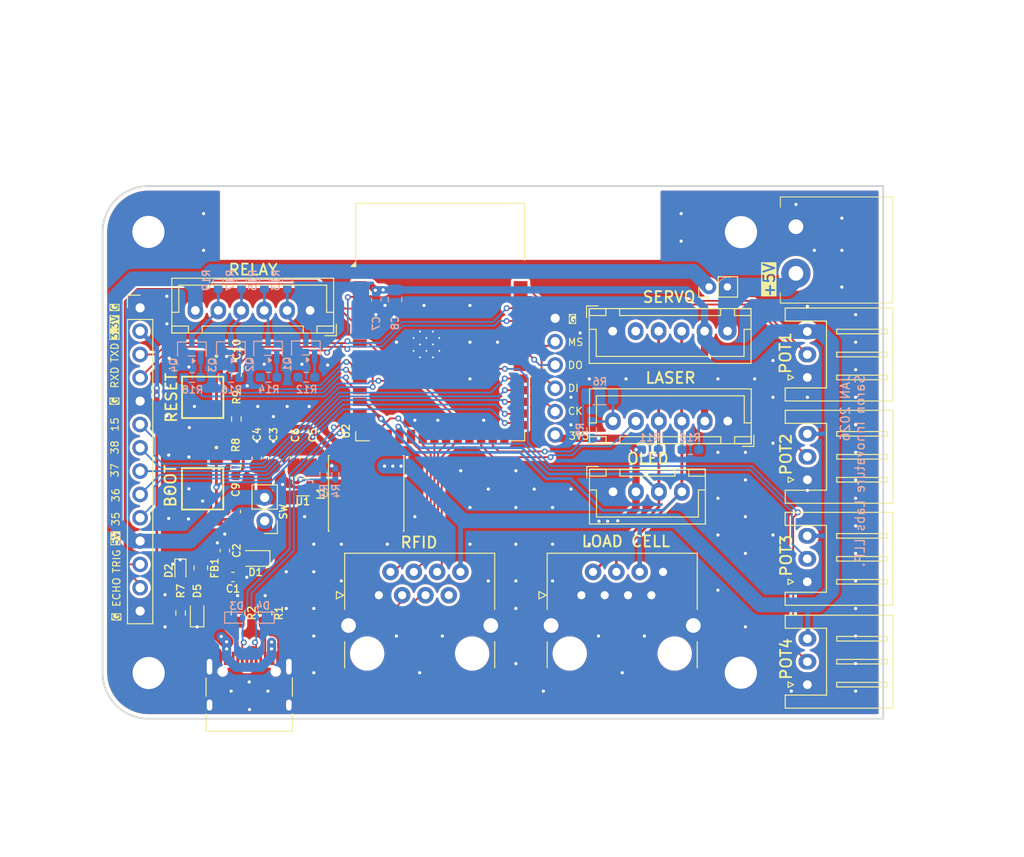
<source format=kicad_pcb>
(kicad_pcb (version 20241229) (generator "pcbnew") (generator_version "9.0")
  (title_block (company "Saron Innovatur labs LLP"))
  (layers (0 "F.Cu" signal) (2 "B.Cu" signal) (13 "F.Paste" user) (15 "B.Paste" user) (5 "F.SilkS" user "F.Silkscreen") (7 "B.SilkS" user "B.Silkscreen") (1 "F.Mask" user) (3 "B.Mask" user) (25 "Edge.Cuts" user))
  (net 0 "")
  (net 1 "GND")
  (net 2 "Net-(D2-A2)")
  (net 3 "Net-(D1-A)")
  (net 4 "/5V")
  (net 5 "/3.3V")
  (net 6 "/BOOT")
  (net 7 "/ENABLE")
  (net 8 "/5V_USB")
  (net 9 "/USB_D-")
  (net 10 "/USB_D+")
  (net 12 "Net-(J1-CC1)")
  (net 14 "Net-(J1-CC2)")
  (net 15 "/SCL")
  (net 16 "/SDA")
  (net 17 "/MTDO")
  (net 18 "/MTMS")
  (net 19 "/MTCK")
  (net 20 "/MTDI")
  (net 21 "/V+")
  (net 23 "/IN4")
  (net 24 "/IN2")
  (net 25 "/IN3")
  (net 26 "/IN1")
  (net 27 "/~INT")
  (net 28 "Net-(J6-Pin_6)")
  (net 29 "/ADC1_CH0")
  (net 30 "/ADC1_CH1")
  (net 31 "/ADC1_CH2")
  (net 32 "/ADC1_CH6")
  (net 33 "/IO38")
  (net 34 "/IO35")
  (net 35 "/RXD")
  (net 36 "/TXD")
  (net 37 "/IO36")
  (net 38 "/TRIG")
  (net 39 "/IO37")
  (net 40 "/ECHO")
  (net 41 "/IO15")
  (net 42 "/SCK")
  (net 43 "/MOSI")
  (net 44 "/MISO")
  (net 45 "/RST")
  (net 47 "/SS")
  (net 48 "Net-(U1-SW)")
  (net 49 "Net-(U1-FB)")
  (net 50 "/~SHUT")
  (net 51 "Net-(D5-A)")
  (net 56 "/RLY4")
  (net 57 "/RLY2")
  (net 58 "/RLY3")
  (net 59 "/RLY1")
  (net 60 "Net-(Q1-B)")
  (net 61 "Net-(Q2-B)")
  (net 62 "Net-(Q3-B)")
  (net 63 "Net-(Q4-B)")
  (footprint "Resistor_SMD:R_0603_1608Metric_Pad0.98x0.95mm_HandSolder" (layer "F.Cu") (at 58.496419 96.485202 90)
    (property "Reference" "R7")
    (property "Value" "1K")
  )
  (footprint "Connector_JST:JST_XH_B6B-XH-A_1x06_P2.50mm_Vertical" (layer "F.Cu") (at 72.597051 63.545343 180)
    (property "Reference" "J5" (hide yes))
    (property "Value" "RELAY MODULE")
  )
  (footprint "decal:SW_SWT0211-050010GSA_REVA" (layer "F.Cu") (at 60.88993 82.97239 -90)
    (property "Reference" "S2" (hide yes))
    (property "Value" "BOOT")
  )
  (footprint "Capacitor_SMD:C_0603_1608Metric_Pad1.08x0.95mm_HandSolder" (layer "F.Cu") (at 64.49945 85.437499 90)
    (property "Reference" "C9")
    (property "Value" "1uF")
  )
  (footprint "Diode_SMD:D_SOD-323" (layer "F.Cu") (at 66.611201 90.552045 180)
    (property "Reference" "D1")
    (property "Value" "1N5819WS")
  )
  (footprint "Diode_SMD:D_SOD-523" (layer "F.Cu") (at 58.473739 91.873602 -90)
    (property "Reference" "D2")
    (property "Value" "LESD5D50CT1G")
  )
  (footprint "Connector_JST:JST_XH_S3B-XH-A_1x03_P2.50mm_Horizontal" (layer "F.Cu") (at 126.745255 104.293247 90)
    (property "Reference" "J7" (hide yes))
    (property "Value" "POT4")
  )
  (footprint "MountingHole:MountingHole_3.5mm_Pad_TopBottom" (layer "F.Cu") (at 119.516498 55.014173)
    (property "Reference" "H4" (hide yes))
    (property "Value" "MountingHole_Pad")
  )
  (footprint "Connector_PinHeader_2.54mm:PinHeader_1x02_P2.54mm_Vertical" (layer "F.Cu") (at 67.647243 86.455973 180)
    (property "Reference" "JP2" (hide yes))
    (property "Value" "ON/OFF")
  )
  (footprint "MountingHole:MountingHole_3.5mm_Pad_TopBottom" (layer "F.Cu") (at 55.014297 103.024875)
    (property "Reference" "H1" (hide yes))
    (property "Value" "MountingHole_Pad")
  )
  (footprint "Capacitor_SMD:C_0603_1608Metric_Pad1.08x0.95mm_HandSolder" (layer "F.Cu") (at 63.31343 89.70068 90)
    (property "Reference" "C2")
    (property "Value" "0.1uF")
  )
  (footprint "Capacitor_SMD:C_0603_1608Metric_Pad1.08x0.95mm_HandSolder" (layer "F.Cu") (at 70.985203 79.624931 90)
    (property "Reference" "C6")
    (property "Value" "22uF")
  )
  (footprint "Connector_JST:JST_XH_S3B-XH-A_1x03_P2.50mm_Horizontal" (layer "F.Cu") (at 126.73833 70.842464 90)
    (property "Reference" "J10" (hide yes))
    (property "Value" "POT1")
  )
  (footprint "LED_SMD:LED_0603_1608Metric" (layer "F.Cu") (at 60.289913 96.50885 90)
    (property "Reference" "D5")
    (property "Value" "LED")
  )
  (footprint "Capacitor_SMD:C_0603_1608Metric_Pad1.08x0.95mm_HandSolder" (layer "F.Cu") (at 72.890135 79.628036 90)
    (property "Reference" "C5")
    (property "Value" "0.1uF")
  )
  (footprint "decal:SW_SWT0211-050010GSA_REVA" (layer "F.Cu") (at 60.9 73.0125 -90)
    (property "Reference" "S1" (hide yes))
    (property "Value" "RESET")
  )
  (footprint "Resistor_SMD:R_0603_1608Metric_Pad0.98x0.95mm_HandSolder" (layer "F.Cu") (at 64.493423 80.62947 90)
    (property "Reference" "R8")
    (property "Value" "10K")
  )
  (footprint "Capacitor_SMD:C_0603_1608Metric_Pad1.08x0.95mm_HandSolder" (layer "F.Cu") (at 64.193423 92.569729)
    (property "Reference" "C1")
    (property "Value" "0.1uF")
  )
  (footprint "Connector_USB:USB_C_Receptacle_HRO_TYPE-C-31-M-12" (layer "F.Cu") (at 65.964425 105.464589)
    (property "Reference" "J1" (hide yes))
    (property "Value" "USB_C_Receptacle_USB2.0_16P")
  )
  (footprint "Connector_RJ:RJ45_HALO_HFJ11-x2450HRL_Horizontal" (layer "F.Cu") (at 102.13755 94.554837)
    (property "Reference" "J13" (hide yes))
    (property "Value" "HX711")
  )
  (footprint "Connector_JST:JST_XH_B4B-XH-A_1x04_P2.50mm_Vertical" (layer "F.Cu") (at 105.578338 83.289838)
    (property "Reference" "J2" (hide yes))
    (property "Value" "OLED")
  )
  (footprint "Resistor_SMD:R_0603_1608Metric_Pad0.98x0.95mm_HandSolder" (layer "F.Cu") (at 64.566746 75.366608 -90)
    (property "Reference" "R9")
    (property "Value" "10K")
  )
  (footprint "MountingHole:MountingHole_3.5mm_Pad_TopBottom" (layer "F.Cu") (at 119.50077 102.991232)
    (property "Reference" "H3" (hide yes))
    (property "Value" "MountingHole_Pad")
  )
  (footprint "Connector_JST:JST_XH_S3B-XH-A_1x03_P2.50mm_Horizontal" (layer "F.Cu") (at 126.746547 81.981121 90)
    (property "Reference" "J9" (hide yes))
    (property "Value" "POT2")
  )
  (footprint "Capacitor_SMD:C_0603_1608Metric_Pad1.08x0.95mm_HandSolder" (layer "F.Cu") (at 68.591634 79.640409 90)
    (property "Reference" "C3")
    (property "Value" "0.1uF")
  )
  (footprint "Resistor_SMD:R_0805_2012Metric_Pad1.20x1.40mm_HandSolder" (layer "F.Cu") (at 64.749746 96.488783 90)
    (property "Reference" "R2")
    (property "Value" "5.1K")
  )
  (footprint "Package_TO_SOT_SMD:SOT-563" (layer "F.Cu") (at 71.799267 82.799165)
    (property "Reference" "U1")
    (property "Value" "TLV62569ADRL")
  )
  (footprint "Connector_RJ:RJ45_HALO_HFJ11-x2450HRL_Horizontal" (layer "F.Cu") (at 80.082138 94.553198)
    (property "Reference" "J14" (hide yes))
    (property "Value" "RFID-RC522")
  )
  (footprint "Connector_PinHeader_2.54mm:PinHeader_1x14_P2.54mm_Vertical" (layer "F.Cu") (at 54.086454 63.25959)
    (property "Reference" "J12" (hide yes))
    (property "Value" "Conn_01x14")
  )
  (footprint "Resistor_SMD:R_0805_2012Metric_Pad1.20x1.40mm_HandSolder" (layer "F.Cu") (at 67.697248 96.495194 90)
    (property "Reference" "R1")
    (property "Value" "5.1K")
  )
  (footprint "Connector_JST:JST_XH_B6B-XH-A_1x06_P2.50mm_Vertical" (layer "F.Cu") (at 105.55 65.8)
    (property "Reference" "J4" (hide yes))
    (property "Value" "SERVO")
  )
  (footprint "Capacitor_SMD:C_0603_1608Metric_Pad1.08x0.95mm_HandSolder" (layer "F.Cu") (at 66.791634 79.640409 90)
    (property "Reference" "C4")
    (property "Value" "4.7uF")
  )
  (footprint "Connector_JST:JST_XH_B6B-XH-A_1x06_P2.50mm_Vertical" (layer "F.Cu") (at 118.072004 75.596282 180)
    (property "Reference" "J6" (hide yes))
    (property "Value" "VL53L4CD")
  )
  (footprint "MountingHole:MountingHole_3.5mm_Pad_TopBottom" (layer "F.Cu") (at 54.988635 54.993799)
    (property "Reference" "H2" (hide yes))
    (property "Value" "MountingHole_Pad")
  )
  (footprint "decal:Untitled" (layer "F.Cu") (at 125.49855 59.505455 90)
    (property "Reference" "J11" (hide yes))
    (property "Value" "EXT PWR")
  )
  (footprint "Inductor_SMD:L_Sunlord_SWPA8040S" (layer "F.Cu") (at 78.699049 83.468132 90)
    (property "Reference" "L1")
    (property "Value" "SWPA8040S1R0NT")
  )
  (footprint "Connector_PinHeader_2.54mm:PinHeader_1x06_P2.54mm_Vertical" (layer "F.Cu") (at 99.280373 64.401618)
    (property "Reference" "J3" (hide yes))
    (property "Value" "JTAG")
  )
  (footprint "Capacitor_SMD:C_0603_1608Metric_Pad1.08x0.95mm_HandSolder" (layer "F.Cu") (at 64.588545 70.58902 -90)
    (property "Reference" "C10")
    (property "Value" "1uF")
  )
  (footprint "Resistor_SMD:R_0805_2012Metric_Pad1.20x1.40mm_HandSolder" (layer "F.Cu") (at 60.697023 91.568007 90)
    (property "Reference" "FB1")
    (property "Value" "120R")
  )
  (footprint "Connector_JST:JST_XH_S3B-XH-A_1x03_P2.50mm_Horizontal" (layer "F.Cu") (at 126.732392 93.09132 90)
    (property "Reference" "J8" (hide yes))
    (property "Value" "POT3")
  )
  (footprint "Connector_PinHeader_2.00mm:PinHeader_1x02_P2.00mm_Vertical" (layer "F.Cu") (at 116.035408 60.981673 90)
    (property "Reference" "JP1" (hide yes))
    (property "Value" "Jumper_2_Open")
  )
  (footprint "RF_Module:ESP32-S3-WROOM-1" (layer "F.Cu") (at 86.763107 64.788879)
    (property "Reference" "U2")
    (property "Value" "ESP32-S3-WROOM-1")
  )
  (footprint "Resistor_SMD:R_0603_1608Metric_Pad0.98x0.95mm_HandSolder" (layer "B.Cu") (at 70.113181 60.24062 -90)
    (property "Reference" "R13")
    (property "Value" "10K")
  )
  (footprint "Capacitor_SMD:C_0805_2012Metric_Pad1.18x1.45mm_HandSolder" (layer "B.Cu") (at 81.848922 62.344592 -90)
    (property "Reference" "C8")
    (property "Value" "10uF")
  )
  (footprint "Package_TO_SOT_SMD:SOT-23" (layer "B.Cu") (at 68.015031 67.667733 90)
    (property "Reference" "Q2")
    (property "Value" "BC847")
  )
  (footprint "Diode_SMD:D_SOD-523" (layer "B.Cu") (at 67.423282 96.99537 180)
    (property "Reference" "D4")
    (property "Value" "LESD5D50CT1G")
  )
  (footprint "Resistor_SMD:R_0603_1608Metric_Pad0.98x0.95mm_HandSolder" (layer "B.Cu") (at 67.619611 60.241951 -90)
    (property "Reference" "R15")
    (property "Value" "10K")
  )
  (footprint "Capacitor_SMD:C_0603_1608Metric_Pad1.08x0.95mm_HandSolder" (layer "B.Cu") (at 79.801535 62.348648 -90)
    (property "Reference" "C7")
    (property "Value" "0.1uF")
  )
  (footprint "Package_TO_SOT_SMD:SOT-23" (layer "B.Cu") (at 63.966366 67.715891 90)
    (property "Reference" "Q3")
    (property "Value" "BC847")
  )
  (footprint "Package_TO_SOT_SMD:SOT-23" (layer "B.Cu") (at 59.72 67.739565 90)
    (property "Reference" "Q4")
    (property "Value" "BC847")
  )
  (footprint "Resistor_SMD:R_0603_1608Metric_Pad0.98x0.95mm_HandSolder" (layer "B.Cu") (at 72.188223 70.822296 180)
    (property "Reference" "R12")
    (property "Value" "2.2K")
  )
  (footprint "Resistor_SMD:R_0603_1608Metric_Pad0.98x0.95mm_HandSolder" (layer "B.Cu") (at 65.122433 60.220404 -90)
    (property "Reference" "R17")
    (property "Value" "10K")
  )
  (footprint "Diode_SMD:D_SOD-523" (layer "B.Cu") (at 64.546447 96.99537)
    (property "Reference" "D3")
    (property "Value" "LESD5D50CT1G")
  )
  (footprint "Resistor_SMD:R_0603_1608Metric_Pad0.98x0.95mm_HandSolder" (layer "B.Cu") (at 103.25 76.55 90)
    (property "Reference" "R5")
    (property "Value" "10K")
  )
  (footprint "Resistor_SMD:R_0402_1005Metric_Pad0.72x0.64mm_HandSolder" (layer "B.Cu") (at 75.345395 81.347275 -90)
    (property "Reference" "R3")
    (property "Value" "453K")
  )
  (footprint "Resistor_SMD:R_0603_1608Metric_Pad0.98x0.95mm_HandSolder" (layer "B.Cu") (at 62.588558 60.241951 -90)
    (property "Reference" "R19")
    (property "Value" "10K")
  )
  (footprint "Resistor_SMD:R_0603_1608Metric_Pad0.98x0.95mm_HandSolder" (layer "B.Cu") (at 64.009532 70.845405 180)
    (property "Reference" "R16")
    (property "Value" "2.2K")
  )
  (footprint "Resistor_SMD:R_0402_1005Metric_Pad0.72x0.64mm_HandSolder" (layer "B.Cu") (at 74.047458 81.34592 90)
    (property "Reference" "R4")
    (property "Value" "100K")
  )
  (footprint "Resistor_SMD:R_0603_1608Metric_Pad0.98x0.95mm_HandSolder" (layer "B.Cu") (at 109.6 78.7)
    (property "Reference" "R11")
    (property "Value" "2.2K")
  )
  (footprint "Resistor_SMD:R_1206_3216Metric" (layer "B.Cu") (at 104.133571 72.897718 180)
    (property "Reference" "R6")
    (property "Value" "10K")
  )
  (footprint "Resistor_SMD:R_0603_1608Metric_Pad0.98x0.95mm_HandSolder" (layer "B.Cu") (at 59.755064 70.843916 180)
    (property "Reference" "R18")
    (property "Value" "2.2K")
  )
  (footprint "Resistor_SMD:R_0603_1608Metric_Pad0.98x0.95mm_HandSolder" (layer "B.Cu") (at 68.074598 70.822296 180)
    (property "Reference" "R14")
    (property "Value" "2.2K")
  )
  (footprint "Package_TO_SOT_SMD:SOT-23" (layer "B.Cu") (at 72.130941 67.624745 90)
    (property "Reference" "Q1")
    (property "Value" "BC847")
  )
  (footprint "Resistor_SMD:R_0603_1608Metric_Pad0.98x0.95mm_HandSolder" (layer "B.Cu") (at 114 78.7 180)
    (property "Reference" "R10")
    (property "Value" "2.2K")
  )
  (gr_line (start 50 103) (end 50 55) (stroke (width 0.2)) (layer "Edge.Cuts"))
  (gr_arc (start 50 55) (mid 51.464466 51.464466) (end 55 50) (stroke (width 0.2)) (layer "Edge.Cuts"))
  (gr_line (start 55 50) (end 135 50) (stroke (width 0.2)) (layer "Edge.Cuts"))
  (gr_line (start 135 108) (end 55 108) (stroke (width 0.2)) (layer "Edge.Cuts"))
  (gr_arc (start 55 108) (mid 51.464466 106.535534) (end 50 103) (stroke (width 0.2)) (layer "Edge.Cuts"))
  (gr_line (start 135 50) (end 135 108) (stroke (width 0.2)) (layer "Edge.Cuts"))
  (gr_text "G" (at 51.800716 63.702502 90) (layer "F.SilkS" knockout) (effects (font (size 0.8 0.8) (thickness 0.12)) (justify left bottom)))
  (gr_text "RFID" (at 82.322654 89.515526 0) (layer "F.SilkS") (effects (font (size 1.2 1.2) (thickness 0.2) (bold yes)) (justify left bottom)))
  (gr_text "ECHO" (at 51.992839 95.899397 90) (layer "F.SilkS") (effects (font (size 0.8 0.8) (thickness 0.12)) (justify left bottom)))
  (gr_text "5V" (at 51.899507 89.19325 90) (layer "F.SilkS" knockout) (effects (font (size 0.8 0.8) (thickness 0.12)) (justify left bottom)))
  (gr_text "LOAD CELL" (at 102.053386 89.398099 0) (layer "F.SilkS") (effects (font (size 1.2 1.2) (thickness 0.2) (bold yes)) (justify left bottom)))
  (gr_text "38" (at 51.800716 79.302502 90) (layer "F.SilkS") (effects (font (size 0.8 0.8) (thickness 0.12)) (justify left bottom)))
  (gr_text "G" (at 52.000257 97.397928 90) (layer "F.SilkS" knockout) (effects (font (size 0.8 0.8) (thickness 0.12)) (justify left bottom)))
  (gr_text "POT2\n" (at 125.112329 81.609587 90) (layer "F.SilkS") (effects (font (size 1.2 1.2) (thickness 0.2) (bold yes)) (justify left bottom)))
  (gr_text "3.3V" (at 51.800716 66.802502 90) (layer "F.SilkS" knockout) (effects (font (size 0.8 0.8) (thickness 0.12)) (justify left bottom)))
  (gr_text "RXD" (at 51.800716 72.102502 90) (layer "F.SilkS") (effects (font (size 0.8 0.8) (thickness 0.12)) (justify left bottom)))
  (gr_text "CK" (at 100.593975 74.979451 0) (layer "F.SilkS") (effects (font (size 0.8 0.8) (thickness 0.12)) (justify left bottom)))
  (gr_text "BOOT" (at 58.1 85.1 90) (layer "F.SilkS") (effects (font (size 1.2 1.2) (thickness 0.2) (bold yes)) (justify left bottom)))
  (gr_text "SW" (at 70.15 86.4 90) (layer "F.SilkS") (effects (font (size 0.8 0.8) (thickness 0.15) (bold yes)) (justify left bottom)))
  (gr_text "G" (at 51.800716 73.902502 90) (layer "F.SilkS" knockout) (effects (font (size 0.8 0.8) (thickness 0.12)) (justify left bottom)))
  (gr_text "DO" (at 100.582796 69.9749 0) (layer "F.SilkS") (effects (font (size 0.8 0.8) (thickness 0.12)) (justify left bottom)))
  (gr_text "POT1\n" (at 125.057535 70.573288 90) (layer "F.SilkS") (effects (font (size 1.2 1.2) (thickness 0.2) (bold yes)) (justify left bottom)))
  (gr_text "POT4" (at 125.134247 103.885853 90) (layer "F.SilkS") (effects (font (size 1.2 1.2) (thickness 0.2) (bold yes)) (justify left bottom)))
  (gr_text "36" (at 51.900716 84.502502 90) (layer "F.SilkS") (effects (font (size 0.8 0.8) (thickness 0.12)) (justify left bottom)))
  (gr_text "POT3" (at 125.134247 92.63698 90) (layer "F.SilkS") (effects (font (size 1.2 1.2) (thickness 0.2) (bold yes)) (justify left bottom)))
  (gr_text "DI" (at 100.591565 72.477643 0) (layer "F.SilkS") (effects (font (size 0.8 0.8) (thickness 0.12)) (justify left bottom)))
  (gr_text "15" (at 51.800716 76.802502 90) (layer "F.SilkS") (effects (font (size 0.8 0.8) (thickness 0.12)) (justify left bottom)))
  (gr_text "SERVO" (at 108.696264 62.793665 0) (layer "F.SilkS") (effects (font (size 1.2 1.2) (thickness 0.2) (bold yes)) (justify left bottom)))
  (gr_text "RELAY" (at 63.6 59.8 0) (layer "F.SilkS") (effects (font (size 1.2 1.2) (thickness 0.2) (bold yes)) (justify left bottom)))
  (gr_text "TRIG" (at 51.994027 92.24151 90) (layer "F.SilkS") (effects (font (size 0.8 0.8) (thickness 0.12)) (justify left bottom)))
  (gr_text "MS" (at 100.582796 67.471016 0) (layer "F.SilkS") (effects (font (size 0.8 0.8) (thickness 0.12)) (justify left bottom)))
  (gr_text "TXD" (at 51.800716 69.302502 90) (layer "F.SilkS") (effects (font (size 0.8 0.8) (thickness 0.12)) (justify left bottom)))
  (gr_text "+5V" (at 123.3 62.2 90) (layer "F.SilkS" knockout) (effects (font (size 1.2 1.2) (thickness 0.2) (bold yes)) (justify left bottom)))
  (gr_text "3V3" (at 100.694577 77.68454 0) (layer "F.SilkS") (effects (font (size 0.8 0.8) (thickness 0.12)) (justify left bottom)))
  (gr_text "37" (at 51.800716 81.802502 90) (layer "F.SilkS") (effects (font (size 0.8 0.8) (thickness 0.12)) (justify left bottom)))
  (gr_text "G" (at 100.683399 64.978848 0) (layer "F.SilkS" knockout) (effects (font (size 0.8 0.8) (thickness 0.12)) (justify left bottom)))
  (gr_text "OLED" (at 106.980886 80.383486 0) (layer "F.SilkS") (effects (font (size 1.2 1.2) (thickness 0.2) (bold yes)) (justify left bottom)))
  (gr_text "LASER" (at 108.996582 71.59281 0) (layer "F.SilkS") (effects (font (size 1.2 1.2) (thickness 0.2) (bold yes)) (justify left bottom)))
  (gr_text "RESET" (at 58.188545 75.896673 90) (layer "F.SilkS") (effects (font (size 1.2 1.2) (thickness 0.2) (bold yes)) (justify left bottom)))
  (gr_text "35" (at 51.900716 87.102502 90) (layer "F.SilkS") (effects (font (size 0.8 0.8) (thickness 0.12)) (justify left bottom)))
  (gr_text "JAN 2026\nSaron Innovature Labs LLP." (at 133.059943 70.463287 90) (layer "B.SilkS") (effects (font (size 1 1)) (justify left bottom mirror)))
  (segment (start 70.749165 82.7) (end 70.84833 82.799165) (width 0.2) (layer "F.Cu") (net 1))
  (segment (start 58.473739 91.173602) (end 58.473739 90.723739) (width 0.4) (layer "F.Cu") (net 1))
  (segment (start 69.6 82.5) (end 69.8 82.7) (width 0.2) (layer "F.Cu") (net 1))
  (segment (start 69.8 82.7) (end 70.749165 82.7) (width 0.2) (layer "F.Cu") (net 1))
  (segment (start 58.473739 90.723739) (end 58.45 90.7) (width 0.4) (layer "F.Cu") (net 1))
  (segment (start 70.84833 82.799165) (end 71.086767 82.799165) (width 0.2) (layer "F.Cu") (net 1))
  (via (at 58.45 90.7) (size 0.65) (drill 0.35) (layers "F.Cu" "B.Cu") (net 1))
  (via (at 113 53) (size 0.65) (drill 0.35) (layers "F.Cu" "B.Cu") (net 1))
  (via (at 113 56) (size 0.65) (drill 0.35) (layers "F.Cu" "B.Cu") (net 1))
  (via (at 93 67) (size 0.65) (drill 0.35) (layers "F.Cu" "B.Cu") (net 1))
  (via (at 132 67) (size 0.65) (drill 0.35) (layers "F.Cu" "B.Cu") (net 1))
  (via (at 66.9 74) (size 0.65) (drill 0.35) (layers "F.Cu" "B.Cu") (net 1))
  (via (at 90 71) (size 0.65) (drill 0.35) (layers "F.Cu" "B.Cu") (net 1))
  (via (at 81 89) (size 0.65) (drill 0.35) (layers "F.Cu" "B.Cu") (net 1))
  (via (at 64.7 94.6) (size 0.65) (drill 0.35) (layers "F.Cu" "B.Cu") (net 1))
  (via (at 117 84) (size 0.65) (drill 0.35) (layers "F.Cu" "B.Cu") (net 1))
  (via (at 59.35 86.25) (size 0.65) (drill 0.35) (layers "F.Cu" "B.Cu") (net 1))
  (via (at 65.7 92.6) (size 0.65) (drill 0.35) (layers "F.Cu" "B.Cu") (net 1))
  (via (at 68.6 75.1) (size 0.65) (drill 0.35) (layers "F.Cu" "B.Cu") (net 1))
  (via (at 70.1 74) (size 0.65) (drill 0.35) (layers "F.Cu" "B.Cu") (net 1))
  (via (at 102 66) (size 0.65) (drill 0.35) (layers "F.Cu" "B.Cu") (net 1))
  (via (at 72 86) (size 0.65) (drill 0.35) (layers "F.Cu" "B.Cu") (net 1))
  (via (at 66 107) (size 0.65) (drill 0.35) (layers "F.Cu" "B.Cu") (net 1))
  (via (at 95 96) (size 0.65) (drill 0.35) (layers "F.Cu" "B.Cu") (net 1))
  (via (at 67.7 94.6) (size 0.65) (drill 0.35) (layers "F.Cu" "B.Cu") (net 1))
  (via (at 99 85) (size 0.65) (drill 0.35) (layers "F.Cu" "B.Cu") (net 1))
  (via (at 59.45 76.3) (size 0.65) (drill 0.35) (layers "F.Cu" "B.Cu") (net 1))
  (via (at 61 57) (size 0.65) (drill 0.35) (layers "F.Cu" "B.Cu") (net 1))
  (via (at 57.2 79.3) (size 0.65) (drill 0.35) (layers "F.Cu" "B.Cu") (net 1))
  (via (at 91.5 75.5) (size 0.65) (drill 0.35) (layers "F.Cu" "B.Cu") (net 1))
  (via (at 117 79) (size 0.65) (drill 0.35) (layers "F.Cu" "B.Cu") (net 1))
  (via (at 95 102) (size 0.65) (drill 0.35) (layers "F.Cu" "B.Cu") (net 1))
  (via (at 61 53) (size 0.65) (drill 0.35) (layers "F.Cu" "B.Cu") (net 1))
  (via (at 132 76) (size 0.65) (drill 0.35) (layers "F.Cu" "B.Cu") (net 1))
  (via (at 95 85) (size 0.65) (drill 0.35) (layers "F.Cu" "B.Cu") (net 1))
  (via (at 109 99) (size 0.65) (drill 0.35) (layers "F.Cu" "B.Cu") (net 1))
  (via (at 56.8 98) (size 0.65) (drill 0.35) (layers "F.Cu" "B.Cu") (net 1))
  (via (at 117 71) (size 0.65) (drill 0.35) (layers "F.Cu" "B.Cu") (net 1))
  (via (at 97 83) (size 0.65) (drill 0.35) (layers "F.Cu" "B.Cu") (net 1))
  (via (at 123 69) (size 0.65) (drill 0.35) (layers "F.Cu" "B.Cu") (net 1))
  (via (at 132 79) (size 0.65) (drill 0.35) (layers "F.Cu" "B.Cu") (net 1))
  (via (at 80.75 63) (size 0.65) (drill 0.35) (layers "F.Cu" "B.Cu") (net 1))
  (via (at 92 93) (size 0.65) (drill 0.35) (layers "F.Cu" "B.Cu") (net 1))
  (via (at 57.25 83.25) (size 0.65) (drill 0.35) (layers "F.Cu" "B.Cu") (net 1))
  (via (at 57 75) (size 0.65) (drill 0.35) (layers "F.Cu" "B.Cu") (net 1))
  (via (at 106.58255 103) (size 0.65) (drill 0.35) (layers "F.Cu" "B.Cu") (net 1))
  (via (at 90 89) (size 0.65) (drill 0.35) (layers "F.Cu" "B.Cu") (net 1))
  (via (at 87 99) (size 0.65) (drill 0.35) (layers "F.Cu" "B.Cu") (net 1))
  (via (at 99 89) (size 0.65) (drill 0.35) (layers "F.Cu" "B.Cu") (net 1))
  (via (at 98 105) (size 0.65) (drill 0.35) (layers "F.Cu" "B.Cu") (net 1))
  (via (at 132 64) (size 0.65) (drill 0.35) (layers "F.Cu" "B.Cu") (net 1))
  (via (at 117 94) (size 0.65) (drill 0.35) (layers "F.Cu" "B.Cu") (net 1))
  (via (at 123 78) (size 0.65) (drill 0.35) (layers "F.Cu" "B.Cu") (net 1))
  (via (at 59.4 79.5) (size 0.65) (drill 0.35) (layers "F.Cu" "B.Cu") (net 1))
  (via (at 56.8 94.5) (size 0.65) (drill 0.35) (layers "F.Cu" "B.Cu") (net 1))
  (via (at 85 63) (size 0.65) (drill 0.35) (layers "F.Cu" "B.Cu") (net 1))
  (via (at 84.527138 103) (size 0.65) (drill 0.35) (layers "F.Cu" "B.Cu") (net 1))
  (via (at 84 86) (size 0.65) (drill 0.35) (layers "F.Cu" "B.Cu") (net 1))
  (via (at 65.964425 104) (size 0.65) (drill 0.35) (layers "F.Cu" "B.Cu") (net 1))
  (via (at 90 63) (size 0.65) (drill 0.35) (layers "F.Cu" "B.Cu") (net 1))
  (via (at 120 79) (size 0.65) (drill 0.35) (layers "F.Cu" "B.Cu") (net 1))
  (via (at 104 99) (size 0.65) (drill 0.35) (layers "F.Cu" "B.Cu") (net 1))
  (via (at 132 93) (size 0.65) (drill 0.35) (layers "F.Cu" "B.Cu") (net 1))
  (via (at 86.5 75.5) (size 0.65) (drill 0.35) (layers "F.Cu" "B.Cu") (net 1))
  (via (at 101 83) (size 0.65) (drill 0.35) (layers "F.Cu" "B.Cu") (net 1))
  (via (at 73 99) (size 0.65) (drill 0.35) (layers "F.Cu" "B.Cu") (net 1))
  (via (at 117 88) (size 0.65) (drill 0.35) (layers "F.Cu" "B.Cu") (net 1))
  (via (at 121 71) (size 0.65) (drill 0.35) (layers "F.Cu" "B.Cu") (net 1))
  (via (at 68 105) (size 0.65) (drill 0.35) (layers "F.Cu" "B.Cu") (net 1))
  (via (at 127.5 57) (size 0.65) (drill 0.35) (layers "F.Cu" "B.Cu") (net 1))
  (via (at 60.88993 84.3) (size 0.65) (drill 0.35) (layers "F.Cu" "B.Cu") (net 1))
  (via (at 90 85) (size 0.65) (drill 0.35) (layers "F.Cu" "B.Cu") (net 1))
  (via (at 70 96) (size 0.65) (drill 0.35) (layers "F.Cu" "B.Cu") (net 1))
  (via (at 123 73) (size 0.65) (drill 0.35) (layers "F.Cu" "B.Cu") (net 1))
  (via (at 107 71) (size 0.65) (drill 0.35) (layers "F.Cu" "B.Cu") (net 1))
  (via (at 63.3 87.9) (size 0.65) (drill 0.35) (layers "F.Cu" "B.Cu") (net 1))
  (via (at 64 105) (size 0.65) (drill 0.35) (layers "F.Cu" "B.Cu") (net 1))
  (via (at 79.75 64) (size 0.65) (drill 0.35) (layers "F.Cu" "B.Cu") (net 1))
  (via (at 120 86) (size 0.65) (drill 0.35) (layers "F.Cu" "B.Cu") (net 1))
  (via (at 132 84) (size 0.65) (drill 0.35) (layers "F.Cu" "B.Cu") (net 1))
  (via (at 132 87) (size 0.65) (drill 0.35) (layers "F.Cu" "B.Cu") (net 1))
  (via (at 69.6 82.5) (size 0.65) (drill 0.35) (layers "F.Cu" "B.Cu") (net 1))
  (via (at 101 76) (size 0.65) (drill 0.35) (layers "F.Cu" "B.Cu") (net 1))
  (via (at 57.2 86.2) (size 0.65) (drill 0.35) (layers "F.Cu" "B.Cu") (net 1))
  (via (at 99 93) (size 0.65) (drill 0.35) (layers "F.Cu" "B.Cu") (net 1))
  (via (at 132 96) (size 0.65) (drill 0.35) (layers "F.Cu" "B.Cu") (net 1))
  (via (at 57 65) (size 0.65) (drill 0.35) (layers "F.Cu" "B.Cu") (net 1))
  (via (at 81.75 64.25) (size 0.65) (drill 0.35) (layers "F.Cu" "B.Cu") (net 1))
  (via (at 71.7 69.4) (size 0.65) (drill 0.35) (layers "F.Cu" "B.Cu") (net 1))
  (via (at 132 102) (size 0.65) (drill 0.35) (layers "F.Cu" "B.Cu") (net 1))
  (via (at 132 105) (size 0.65) (drill 0.35) (layers "F.Cu" "B.Cu") (net 1))
  (via (at 73 89) (size 0.65) (drill 0.35) (layers "F.Cu" "B.Cu") (net 1))
  (via (at 126.75 83.15) (size 0.65) (drill 0.35) (layers "F.Cu" "B.Cu") (net 1))
  (via (at 57.65 91.15) (size 0.65) (drill 0.35) (layers "F.Cu" "B.Cu") (net 1))
  (via (at 132 73) (size 0.65) (drill 0.35) (layers "F.Cu" "B.Cu") (net 1))
  (via (at 76 89) (size 0.65) (drill 0.35) (layers "F.Cu" "B.Cu") (net 1))
  (via (at 62.5 88.85) (size 0.65) (drill 0.35) (layers "F.Cu" "B.Cu") (net 1))
  (via (at 95 93) (size 0.65) (drill 0.35) (layers "F.Cu" "B.Cu") (net 1))
  (via (at 95 81) (size 0.65) (drill 0.35) (layers "F.Cu" "B.Cu") (net 1))
  (via (at 101 73) (size 0.65) (drill 0.35) (layers "F.Cu" "B.Cu") (net 1))
  (via (at 63.5 68.55) (size 0.65) (drill 0.35) (layers "F.Cu" "B.Cu") (net 1))
  (via (at 130.5 61) (size 0.65) (drill 0.35) (layers "F.Cu" "B.Cu") (net 1))
  (via (at 68.6 77.8) (size 0.65) (drill 0.35) (layers "F.Cu" "B.Cu") (net 1))
  (via (at 66.8 77.8) (size 0.65) (drill 0.35) (layers "F.Cu" "B.Cu") (net 1))
  (via (at 59.4 82.97239) (size 0.65) (drill 0.35) (layers "F.Cu" "B.Cu") (net 1))
  (via (at 120 98) (size 0.65) (drill 0.35) (layers "F.Cu" "B.Cu") (net 1))
  (via (at 60.3 98) (size 0.65) (drill 0.35) (layers "F.Cu" "B.Cu") (net 1))
  (via (at 130.5 57) (size 0.65) (drill 0.35) (layers "F.Cu" "B.Cu") (net 1))
  (via (at 57 62) (size 0.65) (drill 0.35) (layers "F.Cu" "B.Cu") (net 1))
  (via (at 120 82) (size 0.65) (drill 0.35) (layers "F.Cu" "B.Cu") (net 1))
  (via (at 126.75 63.1) (size 0.65) (drill 0.35) (layers "F.Cu" "B.Cu") (net 1))
  (via (at 73 92) (size 0.65) (drill 0.35) (layers "F.Cu" "B.Cu") (net 1))
  (via (at 120 90) (size 0.65) (drill 0.35) (layers "F.Cu" "B.Cu") (net 1))
  (via (at 74.5 69.5) (size 0.65) (drill 0.35) (layers "F.Cu" "B.Cu") (net 1))
  (via (at 132 99) (size 0.65) (drill 0.35) (layers "F.Cu" "B.Cu") (net 1))
  (via (at 67.6 69.4) (size 0.65) (drill 0.35) (layers "F.Cu" "B.Cu") (net 1))
  (via (at 76 93) (size 0.65) (drill 0.35) (layers "F.Cu" "B.Cu") (net 1))
  (via (at 92 83) (size 0.65) (drill 0.35) (layers "F.Cu" "B.Cu") (net 1))
  (via (at 89 81) (size 0.65) (drill 0.35) (layers "F.Cu" "B.Cu") (net 1))
  (via (at 125 105) (size 0.65) (drill 0.35) (layers "F.Cu" "B.Cu") (net 1))
  (via (at 57 72) (size 0.65) (drill 0.35) (layers "F.Cu" "B.Cu") (net 1))
  (via (at 84 75.5) (size 0.65) (drill 0.35) (layers "F.Cu" "B.Cu") (net 1))
  (via (at 70 92) (size 0.65) (drill 0.35) (layers "F.Cu" "B.Cu") (net 1))
  (via (at 126.75 73) (size 0.65) (drill 0.35) (layers "F.Cu" "B.Cu") (net 1))
  (via (at 59.4 69.7) (size 0.65) (drill 0.35) (layers "F.Cu" "B.Cu") (net 1))
  (via (at 95 89) (size 0.65) (drill 0.35) (layers "F.Cu" "B.Cu") (net 1))
  (via (at 132 82) (size 0.65) (drill 0.35) (layers "F.Cu" "B.Cu") (net 1))
  (via (at 132 90) (size 0.65) (drill 0.35) (layers "F.Cu" "B.Cu") (net 1))
  (via (at 82 67) (size 0.65) (drill 0.35) (layers "F.Cu" "B.Cu") (net 1))
  (via (at 103 89) (size 0.65) (drill 0.35) (layers "F.Cu" "B.Cu") (net 1))
  (via (at 123 88) (size 0.65) (drill 0.35) (layers "F.Cu" "B.Cu") (net 1))
  (via (at 72.5 74) (size 0.65) (drill 0.35) (layers "F.Cu" "B.Cu") (net 1))
  (via (at 73 103) (size 0.65) (drill 0.35) (layers "F.Cu" "B.Cu") (net 1))
  (via (at 90 67) (size 0.65) (drill 0.35) (layers "F.Cu" "B.Cu") (net 1))
  (via (at 60 74) (size 0.65) (drill 0.35) (layers "F.Cu" "B.Cu") (net 1))
  (via (at 57.25 68.75) (size 0.65) (drill 0.35) (layers "F.Cu" "B.Cu") (net 1))
  (via (at 125.5 52) (size 0.65) (drill 0.35) (layers "F.Cu" "B.Cu") (net 1))
  (via (at 82 99) (size 0.65) (drill 0.35) (layers "F.Cu" "B.Cu") (net 1))
  (via (at 65.75 71.75) (size 0.65) (drill 0.35) (layers "F.Cu" "B.Cu") (net 1))
  (via (at 73 96) (size 0.65) (drill 0.35) (layers "F.Cu" "B.Cu") (net 1))
  (via (at 103 71) (size 0.65) (drill 0.35) (layers "F.Cu" "B.Cu") (net 1))
  (via (at 132 70) (size 0.65) (drill 0.35) (layers "F.Cu" "B.Cu") (net 1))
  (via (at 130.5 53.5) (size 0.65) (drill 0.35) (layers "F.Cu" "B.Cu") (net 1))
  (segment (start 60.697023 92.568007) (end 62.125 92.568007) (width 1.6) (layer "F.Cu") (net 2))
  (segment (start 58.479334 92.568007) (end 58.473739 92.573602) (width 1.6) (layer "F.Cu") (net 2))
  (segment (start 63.514425 101.419589) (end 63.514425 100.4) (width 0.6) (layer "F.Cu") (net 2))
  (segment (start 68.4 99.65) (end 68.4 101.405164) (width 0.6) (layer "F.Cu") (net 2))
  (segment (start 60.697023 92.568007) (end 58.479334 92.568007) (width 1.6) (layer "F.Cu") (net 2))
  (segment (start 68.4 101.405164) (end 68.414425 101.419589) (width 0.6) (layer "F.Cu") (net 2))
  (segment (start 63.329201 92.568007) (end 63.330923 92.569729) (width 1.6) (layer "F.Cu") (net 2))
  (segment (start 63.5 99.625) (end 62.125 98.25) (width 1.5) (layer "F.Cu") (net 2))
  (segment (start 63.514425 100.4) (end 63.514425 99.639425) (width 0.6) (layer "F.Cu") (net 2))
  (segment (start 62.125 98.25) (end 62.125 92.568007) (width 1.5) (layer "F.Cu") (net 2))
  (segment (start 63.514425 99.639425) (end 63.5 99.625) (width 0.6) (layer "F.Cu") (net 2))
  (segment (start 62.125 92.568007) (end 63.329201 92.568007) (width 1.6) (layer "F.Cu") (net 2))
  (via (at 68.4 100.4) (size 0.65) (drill 0.35) (layers "F.Cu" "B.Cu") (net 2))
  (via (at 68.4 99.65) (size 0.65) (drill 0.35) (layers "F.Cu" "B.Cu") (net 2))
  (via (at 63.5 99.625) (size 0.65) (drill 0.35) (layers "F.Cu" "B.Cu") (net 2))
  (via (at 62.925 99.05) (size 0.65) (drill 0.35) (layers "F.Cu" "B.Cu") (net 2))
  (via (at 63.514425 100.4) (size 0.65) (drill 0.35) (layers "F.Cu" "B.Cu") (net 2))
  (segment (start 68.4 99.65) (end 68.4 101.275) (width 1) (layer "B.Cu") (net 2))
  (segment (start 64.525 102.4) (end 63.5 101.375) (width 1) (layer "B.Cu") (net 2))
  (segment (start 68.4 101.275) (end 67.275 102.4) (width 1) (layer "B.Cu") (net 2))
  (segment (start 63.5 101.375) (end 63.5 99.625) (width 1) (layer "B.Cu") (net 2))
  (segment (start 67.275 102.4) (end 64.525 102.4) (width 1) (layer "B.Cu") (net 2))
  (segment (start 63.5 100.385575) (end 63.514425 100.4) (width 0.6) (layer "B.Cu") (net 2))
  (segment (start 63.5 99.625) (end 63.5 100.385575) (width 0.6) (layer "B.Cu") (net 2))
  (segment (start 63.5 99.625) (end 62.925 99.05) (width 1) (layer "B.Cu") (net 2))
  (segment (start 68.4 100.4) (end 68.4 99.65) (width 0.6) (layer "B.Cu") (net 2))
  (segment (start 65.561201 90.552045) (end 63.324565 90.552045) (width 1.6) (layer "F.Cu") (net 3))
  (segment (start 63.324565 90.552045) (end 63.31343 90.56318) (width 1.6) (layer "F.Cu") (net 3))
  (segment (start 60.70185 90.56318) (end 60.697023 90.568007) (width 1.6) (layer "F.Cu") (net 3))
  (segment (start 63.31343 90.56318) (end 60.70185 90.56318) (width 1.6) (layer "F.Cu") (net 3))
  (segment (start 67.647243 83.915973) (end 67.647243 80.555666) (width 1.6) (layer "F.Cu") (net 4))
  (segment (start 72.511767 82.799165) (end 71.930835 82.799165) (width 0.2) (layer "F.Cu") (net 4))
  (segment (start 71.930835 82.799165) (end 71.430835 83.299165) (width 0.2) (layer "F.Cu") (net 4))
  (segment (start 66.791634 80.502909) (end 67.7 80.502909) (width 1.6) (layer "F.Cu") (net 4))
  (segment (start 67.647243 83.915973) (end 71.055973 83.915973) (width 1.5) (layer "F.Cu") (net 4))
  (segment (start 67.7 80.502909) (end 68.591634 80.502909) (width 1.6) (layer "F.Cu") (net 4))
  (segment (start 71.430835 83.299165) (end 71.086767 83.299165) (width 0.2) (layer "F.Cu") (net 4))
  (segment (start 67.647243 80.555666) (end 67.7 80.502909) (width 1.6) (layer "F.Cu") (net 4))
  (segment (start 112.207904 59.307904) (end 112.215808 59.3) (width 1.6) (layer "B.Cu") (net 4))
  (segment (start 54.086454 88.65959) (end 59.54041 88.65959) (width 1.6) (layer "B.Cu") (net 4))
  (segment (start 114.353735 59.3) (end 116.035408 60.981673) (width 1.6) (layer "B.Cu") (net 4))
  (segment (start 53.33459 88.65959) (end 51.375 86.7) (width 1.6) (layer "B.Cu") (net 4))
  (segment (start 64.3 83.9) (end 67.63127 83.9) (width 1.6) (layer "B.Cu") (net 4))
  (segment (start 60.097051 61.102949) (end 61.870549 59.329451) (width 1.6) (layer "B.Cu") (net 4))
  (segment (start 51.375 86.7) (end 51.375 62.025) (width 1.6) (layer "B.Cu") (net 4))
  (segment (start 61.892096 59.307904) (end 112.207904 59.307904) (width 1.6) (layer "B.Cu") (net 4))
  (segment (start 54.086454 88.65959) (end 53.33459 88.65959) (width 1.6) (layer "B.Cu") (net 4))
  (segment (start 51.375 62.025) (end 53.3 60.1) (width 1.6) (layer "B.Cu") (net 4))
  (segment (start 60.097051 63.545343) (end 60.097051 61.102949) (width 1.6) (layer "B.Cu") (net 4))
  (segment (start 53.3 60.1) (end 59.094102 60.1) (width 1.6) (layer "B.Cu") (net 4))
  (segment (start 61.1 60.1) (end 61.892096 59.307904) (width 1.6) (layer "B.Cu") (net 4))
  (segment (start 59.54041 88.65959) (end 64.3 83.9) (width 1.6) (layer "B.Cu") (net 4))
  (segment (start 59.094102 60.1) (end 61.1 60.1) (width 1.6) (layer "B.Cu") (net 4))
  (segment (start 67.63127 83.9) (end 67.647243 83.915973) (width 1.6) (layer "B.Cu") (net 4))
  (segment (start 59.094102 60.1) (end 60.097051 61.102949) (width 1.6) (layer "B.Cu") (net 4))
  (segment (start 61.870549 59.329451) (end 62.588558 59.329451) (width 1.6) (layer "B.Cu") (net 4))
  (segment (start 112.215808 59.3) (end 114.353735 59.3) (width 1.6) (layer "B.Cu") (net 4))
  (segment (start 60.097051 61.102949) (end 61.892096 59.307904) (width 1.6) (layer "B.Cu") (net 4))
  (segment (start 104 77.4625) (end 106.8625 77.4625) (width 0.8) (layer "F.Cu") (net 5))
  (segment (start 115.55 65.8) (end 115.55 75.574278) (width 0.8) (layer "F.Cu") (net 5))
  (segment (start 106.049 86.501) (end 106.05 86.5) (width 0.8) (layer "F.Cu") (net 5))
  (segment (start 65.319423 80.71597) (end 65.319423 78.019423) (width 0.3) (layer "F.Cu") (net 5))
  (segment (start 55.9 72) (end 55.9 76.4) (width 0.6) (layer "F.Cu") (net 5))
  (segment (start 64.493423 81.54197) (end 65.319423 80.71597) (width 0.3) (layer "F.Cu") (net 5))
  (segment (start 115.55 75.574278) (end 115.572004 75.596282) (width 0.8) (layer "F.Cu") (net 5))
  (segment (start 72.5 76.3) (end 76.668132 80.468132) (width 0.6) (layer "F.Cu") (net 5))
  (segment (start 106.7 86.5) (end 108.078338 85.121662) (width 0.8) (layer "F.Cu") (net 5))
  (segment (start 78.67975 80.487431) (end 78.699049 80.468132) (width 1.6) (layer "F.Cu") (net 5))
  (segment (start 55.9 76.1) (end 55.9 95.1) (width 0.3) (layer "F.Cu") (net 5))
  (segment (start 66.8 76.3) (end 64.954108 74.454108) (width 0.3) (layer "F.Cu") (net 5))
  (segment (start 55.9 76.4) (end 57.4 77.9) (width 0.6) (layer "F.Cu") (net 5))
  (segment (start 57.4 77.9) (end 65.2 77.9) (width 0.6) (layer "F.Cu") (net 5))
  (segment (start 80.55 61.307092) (end 79.657092 61.307092) (width 0.8) (layer "F.Cu") (net 5))
  (segment (start 70.985203 80.487431) (end 72.88703 80.487431) (width 1.6) (layer "F.Cu") (net 5))
  (segment (start 78.780917 80.55) (end 78.699049 80.468132) (width 1.6) (layer "F.Cu") (net 5))
  (segment (start 104.043951 86.501) (end 106.049 86.501) (width 0.8) (layer "F.Cu") (net 5))
  (segment (start 108.078338 78.721662) (end 108.1 78.7) (width 0.3) (layer "F.Cu") (net 5))
  (segment (start 66.8 76.3) (end 72.5 76.3) (width 0.6) (layer "F.Cu") (net 5))
  (segment (start 65.2 77.9) (end 66.8 76.3) (width 0.6) (layer "F.Cu") (net 5))
  (segment (start 104 77.4625) (end 99.641255 77.4625) (width 0.8) (layer "F.Cu") (net 5))
  (segment (start 65.319423 78.019423) (end 65.2 77.9) (width 0.3) (layer "F.Cu") (net 5))
  (segment (start 64.954108 74.454108) (end 64.566746 74.454108) (width 0.3) (layer "F.Cu") (net 5))
  (segment (start 106.05 86.5) (end 106.7 86.5) (width 0.8) (layer "F.Cu") (net 5))
  (segment (start 55.9 95.1) (end 58.197702 97.397702) (width 0.3) (layer "F.Cu") (net 5))
  (segment (start 79.148879 60.798879) (end 78.013107 60.798879) (width 0.8) (layer "F.Cu") (net 5))
  (segment (start 58.197702 97.397702) (end 58.496419 97.397702) (width 0.3) (layer "F.Cu") (net 5))
  (segment (start 108.078338 78.678338) (end 108.078338 83.289838) (width 0.8) (layer "F.Cu") (net 5))
  (segment (start 108.078338 85.121662) (end 108.078338 83.289838) (width 0.8) (layer "F.Cu") (net 5))
  (segment (start 70.985203 80.487431) (end 78.67975 80.487431) (width 1.6) (layer "F.Cu") (net 5))
  (segment (start 72.88703 80.487431) (end 72.890135 80.490536) (width 1.6) (layer "F.Cu") (net 5))
  (segment (start 79.657092 61.307092) (end 79.148879 60.798879) (width 0.8) (layer "F.Cu") (net 5))
  (segment (start 76.668132 80.468132) (end 78.699049 80.468132) (width 0.6) (layer "F.Cu") (net 5))
  (segment (start 106.8625 77.4625) (end 108.078338 78.678338) (width 0.8) (layer "F.Cu") (net 5))
  (segment (start 99.641255 77.4625) (end 99.280373 77.101618) (width 0.8) (layer "F.Cu") (net 5))
  (via (at 55.9 72) (size 0.65) (drill 0.35) (layers "F.Cu" "B.Cu") (net 5))
  (via (at 104 77.4625) (size 0.65) (drill 0.35) (layers "F.Cu" "B.Cu") (net 5))
  (via (at 108.1 78.7) (size 0.65) (drill 0.35) (layers "F.Cu" "B.Cu") (net 5))
  (via (at 81.6 80.5) (size 0.65) (drill 0.35) (layers "F.Cu" "B.Cu") (net 5))
  (via (at 55.9 72.8) (size 0.65) (drill 0.35) (layers "F.Cu" "B.Cu") (net 5))
  (via (at 79.7 61.35) (size 0.65) (drill 0.35) (layers "F.Cu" "B.Cu") (net 5))
  (via (at 105 86.501) (size 0.65) (drill 0.35) (layers "F.Cu" "B.Cu") (net 5))
  (via (at 106.1 86.45) (size 0.65) (drill 0.35) (layers "F.Cu" "B.Cu") (net 5))
  (via (at 80.55 61.307092) (size 0.65) (drill 0.35) (layers "F.Cu" "B.Cu") (net 5))
  (via (at 74.95 80.45) (size 0.65) (drill 0.35) (layers "F.Cu" "B.Cu") (net 5))
  (via (at 80.7 80.5) (size 0.65) (drill 0.35) (layers "F.Cu" "B.Cu") (net 5))
  (via (at 104.043951 86.501) (size 0.65) (drill 0.35) (layers "F.Cu" "B.Cu") (net 5))
  (via (at 82.5 80.5) (size 0.65) (drill 0.35) (layers "F.Cu" "B.Cu") (net 5))
  (segment (start 129.4 67.1) (end 128.15 65.85) (width 1.6) (layer "B.Cu") (net 5))
  (segment (start 55.9 67.613136) (end 54.086454 65.79959) (width 0.5) (layer "B.Cu") (net 5))
  (segment (start 126.8 99.238502) (end 126.8 95.70949) (width 0.5) (layer "B.Cu") (net 5))
  (segment (start 128.918879 76.981121) (end 126.746547 76.981121) (width 0.5) (layer "B.Cu") (net 5))
  (segment (start 88.972138 86.072138) (end 88.972138 92.013198) (width 0.5) (layer "B.Cu") (net 5))
  (segment (start 129.4 87.6) (end 129.4 76.5) (width 1.6) (layer "B.Cu") (net 5))
  (segment (start 127.9 95.6) (end 126.8 95.6) (width 1.6) (layer "B.Cu") (net 5))
  (segment (start 74.95 80.580728) (end 75.119047 80.749775) (width 0.2) (layer "B.Cu") (net 5))
  (segment (start 108.1 78.7) (end 108.6875 78.7) (width 0.3) (layer "B.Cu") (net 5))
  (segment (start 83.3 80.5) (end 89.25 86.45) (width 1.6) (layer "B.Cu") (net 5))
  (segment (start 128.90868 88.09132) (end 126.732392 88.09132) (width 0.5) (layer "B.Cu") (net 5))
  (segment (start 115.55 66.65) (end 115.55 65.8) (width 1.6) (layer "B.Cu") (net 5))
  (segment (start 129.4 87.6) (end 129.4 94.1) (width 1.6) (layer "B.Cu") (net 5))
  (segment (start 114.9125 76.255786) (end 115.572004 75.596282) (width 0.3) (layer "B.Cu") (net 5))
  (segment (start 114.9125 78.7) (end 114.9125 76.255786) (width 0.3) (layer "B.Cu") (net 5))
  (segment (start 126.730794 65.85) (end 122.9 65.85) (width 1.6) (layer "B.Cu") (net 5))
  (segment (start 74.95 80.45) (end 74.95 80.580728) (width 0.2) (layer "B.Cu") (net 5))
  (segment (start 115.55 65.8) (end 115.55 63.25) (width 0.8) (layer "B.Cu") (net 5))
  (segment (start 108.5 86.45) (end 112.45 86.45) (width 1.6) (layer "B.Cu") (net 5))
  (segment (start 129.4 76.5) (end 128.918879 76.981121) (width 0.5) (layer "B.Cu") (net 5))
  (segment (start 117.05 68.15) (end 115.55 66.65) (width 1.6) (layer "B.Cu") (net 5))
  (segment (start 122.9 65.85) (end 120.6 68.15) (width 1.6) (layer "B.Cu") (net 5))
  (segment (start 108.48755 92.014837) (end 108.48755 86.46245) (width 0.5) (layer "B.Cu") (net 5))
  (segment (start 126.73833 65.842464) (end 126.730794 65.85) (width 1.6) (layer "B.Cu") (net 5))
  (segment (start 112.45 86.45) (end 121.6 95.6) (width 1.6) (layer "B.Cu") (net 5))
  (segment (start 104 77.4625) (end 103.25 77.4625) (width 0.3) (layer "B.Cu") (net 5))
  (segment (start 104.094951 86.45) (end 108.5 86.45) (width 1.6) (layer "B.Cu") (net 5))
  (segment (start 108.48755 86.46245) (end 108.5 86.45) (width 0.5) (layer "B.Cu") (net 5))
  (segment (start 79.7 61.35) (end 79.801535 61.451535) (width 0.8) (layer "B.Cu") (net 5))
  (segment (start 120.6 68.15) (end 117.05 68.15) (width 1.6) (layer "B.Cu") (net 5))
  (segment (start 113.607092 61.307092) (end 81.848922 61.307092) (width 0.8) (layer "B.Cu") (net 5))
  (segment (start 129.4 76.5) (end 129.4 67.1) (width 1.6) (layer "B.Cu") (net 5))
  (segment (start 129.4 87.6) (end 128.90868 88.09132) (width 0.5) (layer "B.Cu") (net 5))
  (segment (start 129.4 94.1) (end 127.9 95.6) (width 1.6) (layer "B.Cu") (net 5))
  (segment (start 79.801535 61.451535) (end 79.801535 61.486148) (width 0.8) (layer "B.Cu") (net 5))
  (segment (start 126.8 95.70949) (end 126.745255 95.654745) (width 0.5) (layer "B.Cu") (net 5))
  (segment (start 79.980591 61.307092) (end 79.801535 61.486148) (width 0.8) (layer "B.Cu") (net 5))
  (segment (start 126.745866 65.85) (end 126.73833 65.842464) (width 1.6) (layer "B.Cu") (net 5))
  (segment (start 89.25 86.45) (end 106.1 86.45) (width 1.6) (layer "B.Cu") (net 5))
  (segment (start 55.9 72.8) (end 55.9 67.613136) (width 0.5) (layer "B.Cu") (net 5))
  (segment (start 128.15 65.85) (end 126.745866 65.85) (width 1.6) (layer "B.Cu") (net 5))
  (segment (start 81.848922 61.307092) (end 79.980591 61.307092) (width 0.8) (layer "B.Cu") (net 5))
  (segment (start 126.745255 99.293247) (end 126.8 99.238502) (width 0.5) (layer "B.Cu") (net 5))
  (segment (start 75.119047 80.749775) (end 75.345395 80.749775) (width 0.2) (layer "B.Cu") (net 5))
  (segment (start 126.745255 98.962184) (end 126.745255 99.293247) (width 0.5) (layer "B.Cu") (net 5))
  (segment (start 126.751074 98.956365) (end 126.745255 98.962184) (width 0.5) (layer "B.Cu") (net 5))
  (segment (start 121.6 95.6) (end 126.8 95.6) (width 1.6) (layer "B.Cu") (net 5))
  (segment (start 80.7 80.5) (end 83.3 80.5) (width 1.6) (layer "B.Cu") (net 5))
  (segment (start 115.55 63.25) (end 113.607092 61.307092) (width 0.8) (layer "B.Cu") (net 5))
  (segment (start 62.38993 79.67239) (end 62.38993 86.27239) (width 0.3) (layer "F.Cu") (net 6))
  (segment (start 62.417539 86.299999) (end 62.38993 86.27239) (width 0.3) (layer "F.Cu") (net 6))
  (segment (start 95.274228 75.8) (end 95.513107 76.038879) (width 0.2) (layer "F.Cu") (net 6))
  (segment (start 64.49945 86.299999) (end 62.417539 86.299999) (width 0.3) (layer "F.Cu") (net 6))
  (segment (start 64.493423 79.71697) (end 62.43451 79.71697) (width 0.3) (layer "F.Cu") (net 6))
  (segment (start 93.8 75.8) (end 95.274228 75.8) (width 0.2) (layer "F.Cu") (net 6))
  (segment (start 62.43451 79.71697) (end 62.38993 79.67239) (width 0.3) (layer "F.Cu") (net 6))
  (via (at 93.8 75.8) (size 0.65) (drill 0.35) (layers "F.Cu" "B.Cu") (net 6))
  (via (at 62.38993 82.8) (size 0.65) (drill 0.35) (layers "F.Cu" "B.Cu") (net 6))
  (segment (start 92.3 74.3) (end 93.8 75.8) (width 0.2) (layer "B.Cu") (net 6))
  (segment (start 76.2171 74.3) (end 92.3 74.3) (width 0.2) (layer "B.Cu") (net 6))
  (segment (start 68.27451 82.24259) (end 76.2171 74.3) (width 0.2) (layer "B.Cu") (net 6))
  (segment (start 62.94734 82.24259) (end 68.27451 82.24259) (width 0.2) (layer "B.Cu") (net 6))
  (segment (start 62.38993 82.8) (end 62.94734 82.24259) (width 0.2) (layer "B.Cu") (net 6))
  (segment (start 64.588545 69.72652) (end 62.41402 69.72652) (width 0.3) (layer "F.Cu") (net 7))
  (segment (start 62.4 76.3125) (end 64.533354 76.3125) (width 0.3) (layer "F.Cu") (net 7))
  (segment (start 62.4 76.3125) (end 62.4 69.7125) (width 0.3) (layer "F.Cu") (net 7))
  (segment (start 66.413065 67.902) (end 64.588545 69.72652) (width 0.2) (layer "F.Cu") (net 7))
  (segment (start 62.41402 69.72652) (end 62.4 69.7125) (width 0.3) (layer "F.Cu") (net 7))
  (segment (start 78.013107 62.068879) (end 76.731121 62.068879) (width 0.2) (layer "F.Cu") (net 7))
  (segment (start 74.5 68.126) (end 74.6 68.026) (width 0.2) (layer "F.Cu") (net 7))
  (segment (start 64.533354 76.3125) (end 64.566746 76.279108) (width 0.3) (layer "F.Cu") (net 7))
  (segment (start 74.6 68.026) (end 74.6 68.001) (width 0.2) (layer "F.Cu") (net 7))
  (segment (start 74.501 67.902) (end 66.413065 67.902) (width 0.2) (layer "F.Cu") (net 7))
  (segment (start 74.45 68.126) (end 74.5 68.126) (width 0.2) (layer "F.Cu") (net 7))
  (segment (start 74.6 68.001) (end 74.501 67.902) (width 0.2) (layer "F.Cu") (net 7))
  (segment (start 76.731121 62.068879) (end 76.7 62.1) (width 0.2) (layer "F.Cu") (net 7))
  (via (at 74.45 68.126) (size 0.65) (drill 0.35) (layers "F.Cu" "B.Cu") (net 7))
  (via (at 76.7 62.1) (size 0.65) (drill 0.35) (layers "F.Cu" "B.Cu") (net 7))
  (segment (start 74.45 68.126) (end 76.7 65.876) (width 0.2) (layer "B.Cu") (net 7))
  (segment (start 76.7 65.876) (end 76.7 62.1) (width 0.2) (layer "B.Cu") (net 7))
  (segment (start 67.647243 90.538087) (end 67.661201 90.552045) (width 1.6) (layer "F.Cu") (net 8))
  (segment (start 67.647243 86.455973) (end 67.647243 90.538087) (width 1.6) (layer "F.Cu") (net 8))
  (segment (start 65.467836 102.65) (end 65.961014 102.65) (width 0.2) (layer "F.Cu") (net 9))
  (segment (start 65.961014 102.65) (end 66.214425 102.396589) (width 0.2) (layer "F.Cu") (net 9))
  (segment (start 77.303107 75.178879) (end 76.602922 75.178879) (width 0.2) (layer "F.Cu") (net 9))
  (segment (start 76.602922 75.178879) (end 75.499999 76.281802) (width 0.2) (layer "F.Cu") (net 9))
  (segment (start 78.013107 74.768879) (end 77.713107 74.768879) (width 0.2) (layer "F.Cu") (net 9))
  (segment (start 75.499999 76.281802) (end 75.181802 76.281802) (width 0.2) (layer "F.Cu") (net 9))
  (segment (start 65.214425 99.860575) (end 65.375 99.7) (width 0.2) (layer "F.Cu") (net 9))
  (segment (start 65.214425 102.396589) (end 65.467836 102.65) (width 0.2) (layer "F.Cu") (net 9))
  (segment (start 77.713107 74.768879) (end 77.303107 75.178879) (width 0.2) (layer "F.Cu") (net 9))
  (segment (start 65.214425 101.419589) (end 65.214425 102.396589) (width 0.2) (layer "F.Cu") (net 9))
  (segment (start 65.214425 101.419589) (end 65.214425 99.860575) (width 0.2) (layer "F.Cu") (net 9))
  (segment (start 66.214425 102.396589) (end 66.214425 101.419589) (width 0.2) (layer "F.Cu") (net 9))
  (via (at 75.181802 76.281802) (size 0.65) (drill 0.35) (layers "F.Cu" "B.Cu") (net 9))
  (via (at 65.375 99.7) (size 0.65) (drill 0.35) (layers "F.Cu" "B.Cu") (net 9))
  (segment (start 75.181802 76.599999) (end 70.375 81.406801) (width 0.2) (layer "B.Cu") (net 9))
  (segment (start 70.375 81.406801) (end 70.375 89.506802) (width 0.2) (layer "B.Cu") (net 9))
  (segment (start 65.246447 99.571447) (end 65.246447 96.99537) (width 0.2) (layer "B.Cu") (net 9))
  (segment (start 65.759865 95.956951) (end 65.246447 96.470369) (width 0.2) (layer "B.Cu") (net 9))
  (segment (start 65.759865 94.121937) (end 65.759865 95.956951) (width 0.2) (layer "B.Cu") (net 9))
  (segment (start 65.246447 96.470369) (end 65.246447 96.99537) (width 0.2) (layer "B.Cu") (net 9))
  (segment (start 75.181802 76.281802) (end 75.181802 76.599999) (width 0.2) (layer "B.Cu") (net 9))
  (segment (start 65.375 99.7) (end 65.246447 99.571447) (width 0.2) (layer "B.Cu") (net 9))
  (segment (start 70.375 89.506802) (end 65.759865 94.121937) (width 0.2) (layer "B.Cu") (net 9))
  (segment (start 78.013107 76.038879) (end 77.713107 76.038879) (width 0.2) (layer "F.Cu") (net 10))
  (segment (start 66.714425 100.442589) (end 66.714425 101.419589) (width 0.2) (layer "F.Cu") (net 10))
  (segment (start 76.78932 75.628879) (end 75.818198 76.600001) (width 0.2) (layer "F.Cu") (net 10))
  (segment (start 77.713107 76.038879) (end 77.303107 75.628879) (width 0.2) (layer "F.Cu") (net 10))
  (segment (start 77.303107 75.628879) (end 76.78932 75.628879) (width 0.2) (layer "F.Cu") (net 10))
  (segment (start 66.714425 99.814425) (end 66.6 99.7) (width 0.2) (layer "F.Cu") (net 10))
  (segment (start 65.957014 100.2) (end 66.471836 100.2) (width 0.2) (layer "F.Cu") (net 10))
  (segment (start 65.714425 100.442589) (end 65.957014 100.2) (width 0.2) (layer "F.Cu") (net 10))
  (segment (start 75.818198 76.600001) (end 75.818198 76.918198) (width 0.2) (layer "F.Cu") (net 10))
  (segment (start 66.471836 100.2) (end 66.714425 100.442589) (width 0.2) (layer "F.Cu") (net 10))
  (segment (start 65.714425 101.419589) (end 65.714425 100.442589) (width 0.2) (layer "F.Cu") (net 10))
  (segment (start 66.714425 101.419589) (end 66.714425 99.814425) (width 0.2) (layer "F.Cu") (net 10))
  (via (at 66.6 99.7) (size 0.65) (drill 0.35) (layers "F.Cu" "B.Cu") (net 10))
  (via (at 75.818198 76.918198) (size 0.65) (drill 0.35) (layers "F.Cu" "B.Cu") (net 10))
  (segment (start 66.723282 99.576718) (end 66.723282 96.99537) (width 0.2) (layer "B.Cu") (net 10))
  (segment (start 66.209864 94.308334) (end 66.209864 95.956951) (width 0.2) (layer "B.Cu") (net 10))
  (segment (start 66.723282 96.470369) (end 66.723282 96.99537) (width 0.2) (layer "B.Cu") (net 10))
  (segment (start 70.825 81.593199) (end 70.825 89.693198) (width 0.2) (layer "B.Cu") (net 10))
  (segment (start 75.500001 76.918198) (end 70.825 81.593199) (width 0.2) (layer "B.Cu") (net 10))
  (segment (start 66.209864 95.956951) (end 66.723282 96.470369) (width 0.2) (layer "B.Cu") (net 10))
  (segment (start 70.825 89.693198) (end 66.209864 94.308334) (width 0.2) (layer "B.Cu") (net 10))
  (segment (start 66.6 99.7) (end 66.723282 99.576718) (width 0.2) (layer "B.Cu") (net 10))
  (segment (start 75.818198 76.918198) (end 75.500001 76.918198) (width 0.2) (layer "B.Cu") (net 10))
  (segment (start 64.714425 101.419589) (end 64.714425 97.524104) (width 0.2) (layer "F.Cu") (net 12))
  (segment (start 64.714425 97.524104) (end 64.749746 97.488783) (width 0.2) (layer "F.Cu") (net 12))
  (segment (start 67.714425 97.512371) (end 67.697248 97.495194) (width 0.2) (layer "F.Cu") (net 14))
  (segment (start 67.714425 101.419589) (end 67.714425 97.512371) (width 0.2) (layer "F.Cu") (net 14))
  (segment (start 82.2 76.2) (end 82.318107 76.318107) (width 0.3) (layer "F.Cu") (net 15))
  (segment (start 103.485163 92.014837) (end 103.40755 92.014837) (width 0.3) (layer "F.Cu") (net 15))
  (segment (start 110.572004 75.596282) (end 110.572004 83.283504) (width 0.3) (layer "F.Cu") (net 15))
  (segment (start 82.318107 76.318107) (end 82.318107 77.288879) (width 0.3) (layer "F.Cu") (net 15))
  (segment (start 110.572004 83.283504) (end 110.578338 83.289838) (width 0.3) (layer "F.Cu") (net 15))
  (segment (start 110.578338 84.921662) (end 103.485163 92.014837) (width 0.3) (layer "F.Cu") (net 15))
  (segment (start 110.578338 83.289838) (end 110.578338 84.921662) (width 0.3) (layer "F.Cu") (net 15))
  (segment (start 110.55 75.574278) (end 110.572004 75.596282) (width 0.3) (layer "F.Cu") (net 15))
  (segment (start 110.55 65.8) (end 110.55 75.574278) (width 0.3) (layer "F.Cu") (net 15))
  (via (at 82.2 76.2) (size 0.65) (drill 0.35) (layers "F.Cu" "B.Cu") (net 15))
  (segment (start 95.65852 78.5) (end 98.51052 81.352) (width 0.3) (layer "B.Cu") (net 15))
  (segment (start 84.5 78.5) (end 95.65852 78.5) (width 0.3) (layer "B.Cu") (net 15))
  (segment (start 110.5125 78.7) (end 110.5125 75.655786) (width 0.3) (layer "B.Cu") (net 15))
  (segment (start 108.6405 81.352) (end 110.578338 83.289838) (width 0.3) (layer "B.Cu") (net 15))
  (segment (start 110.5125 75.655786) (end 110.572004 75.596282) (width 0.3) (layer "B.Cu") (net 15))
  (segment (start 98.51052 81.352) (end 108.6405 81.352) (width 0.3) (layer "B.Cu") (net 15))
  (segment (start 82.2 76.2) (end 84.5 78.5) (width 0.3) (layer "B.Cu") (net 15))
  (segment (start 113.078338 83.289838) (end 113.04425 83.289838) (width 0.3) (layer "F.Cu") (net 16))
  (segment (start 113.05 75.574278) (end 113.072004 75.596282) (width 0.3) (layer "F.Cu") (net 16))
  (segment (start 113.05 65.8) (end 113.05 75.574278) (width 0.3) (layer "F.Cu") (net 16))
  (segment (start 105.94755 90.386538) (end 105.94755 92.014837) (width 0.3) (layer "F.Cu") (net 16))
  (segment (start 80.325735 75.325735) (end 78.498879 73.498879) (width 0.3) (layer "F.Cu") (net 16))
  (segment (start 78.498879 73.498879) (end 78.013107 73.498879) (width 0.3) (layer "F.Cu") (net 16))
  (segment (start 113.072004 75.596282) (end 113.072004 83.283504) (width 0.3) (layer "F.Cu") (net 16))
  (segment (start 113.04425 83.289838) (end 105.94755 90.386538) (width 0.3) (layer "F.Cu") (net 16))
  (segment (start 113.072004 83.283504) (end 113.078338 83.289838) (width 0.3) (layer "F.Cu") (net 16))
  (via (at 80.325735 75.325735) (size 0.65) (drill 0.35) (layers "F.Cu" "B.Cu") (net 16))
  (segment (start 84 79) (end 84.29148 79) (width 0.3) (layer "B.Cu") (net 16))
  (segment (start 84.29148 79) (end 84.29248 79.001) (width 0.3) (layer "B.Cu") (net 16))
  (segment (start 80.325735 75.325735) (end 84 79) (width 0.3) (layer "B.Cu") (net 16))
  (segment (start 113.0875 78.7) (end 113.0875 75.611778) (width 0.3) (layer "B.Cu") (net 16))
  (segment (start 100.953 81.853) (end 104.4 85.3) (width 0.3) (layer "B.Cu") (net 16))
  (segment (start 98.303 81.853) (end 100.953 81.853) (width 0.3) (layer "B.Cu") (net 16))
  (segment (start 104.4 85.3) (end 111.068176 85.3) (width 0.3) (layer "B.Cu") (net 16))
  (segment (start 113.0875 75.611778) (end 113.072004 75.596282) (width 0.3) (layer "B.Cu") (net 16))
  (segment (start 95.451 79.001) (end 98.303 81.853) (width 0.3) (layer "B.Cu") (net 16))
  (segment (start 111.068176 85.3) (end 113.078338 83.289838) (width 0.3) (layer "B.Cu") (net 16))
  (segment (start 84.29248 79.001) (end 95.451 79.001) (width 0.3) (layer "B.Cu") (net 16))
  (segment (start 96.518879 68.418879) (end 95.513107 68.418879) (width 0.2) (layer "F.Cu") (net 17))
  (segment (start 97 68.9) (end 96.518879 68.418879) (width 0.2) (layer "F.Cu") (net 17))
  (via (at 97 68.9) (size 0.65) (drill 0.35) (layers "F.Cu" "B.Cu") (net 17))
  (segment (start 99.279128 69.481618) (end 99.280373 69.480373) (width 0.2) (layer "B.Cu") (net 17))
  (segment (start 97 68.9) (end 97.581618 69.481618) (width 0.2) (layer "B.Cu") (net 17))
  (segment (start 97.581618 69.481618) (end 99.279128 69.481618) (width 0.2) (layer "B.Cu") (net 17))
  (segment (start 99.280373 69.480373) (end 99.280373 69.481618) (width 0.2) (layer "B.Cu") (net 17))
  (segment (start 95.513107 65.878879) (end 96.078879 65.878879) (width 0.2) (layer "F.Cu") (net 18))
  (segment (start 96.078879 65.878879) (end 97.6 67.4) (width 0.2) (layer "F.Cu") (net 18))
  (segment (start 97.6 67.4) (end 98.821991 67.4) (width 0.2) (layer "F.Cu") (net 18))
  (segment (start 98.821991 67.4) (end 99.280373 66.941618) (width 0.2) (layer "F.Cu") (net 18))
  (segment (start 97.8 71.3) (end 96.188879 69.688879) (width 0.2) (layer "F.Cu") (net 19))
  (segment (start 96.188879 69.688879) (end 95.513107 69.688879) (width 0.2) (layer "F.Cu") (net 19))
  (segment (start 99.280373 74.561618) (end 97.8 73.081245) (width 0.2) (layer "F.Cu") (net 19))
  (segment (start 97.8 73.081245) (end 97.8 71.3) (width 0.2) (layer "F.Cu") (net 19))
  (segment (start 96.498879 67.148879) (end 95.513107 67.148879) (width 0.2) (layer "F.Cu") (net 20))
  (segment (start 97.8 70.541245) (end 97.8 68.45) (width 0.2) (layer "F.Cu") (net 20))
  (segment (start 97.8 68.45) (end 96.498879 67.148879) (width 0.2) (layer "F.Cu") (net 20))
  (segment (start 99.280373 72.021618) (end 97.8 70.541245) (width 0.2) (layer "F.Cu") (net 20))
  (segment (start 120 61) (end 120 61.035408) (width 2) (layer "B.Cu") (net 21))
  (segment (start 125.49855 60.00145) (end 125.49855 59.505455) (width 2) (layer "B.Cu") (net 21))
  (segment (start 120 61.035408) (end 118.035408 63) (width 2) (layer "B.Cu") (net 21))
  (segment (start 118.035408 65.785408) (end 118.05 65.8) (width 2) (layer "B.Cu") (net 21))
  (segment (start 120 61) (end 124.5 61) (width 2) (layer "B.Cu") (net 21))
  (segment (start 118.053735 61) (end 120 61) (width 2) (layer "B.Cu") (net 21))
  (segment (start 118.035408 60.981673) (end 118.053735 61) (width 2) (layer "B.Cu") (net 21))
  (segment (start 118.035408 63) (end 118.035408 65.785408) (width 2) (layer "B.Cu") (net 21))
  (segment (start 124.5 61) (end 125.49855 60.00145) (width 2) (layer "B.Cu") (net 21))
  (segment (start 118.035408 60.981673) (end 118.035408 63) (width 2) (layer "B.Cu") (net 21))
  (segment (start 84.428207 71.203207) (end 89.938107 76.713107) (width 0.2) (layer "F.Cu") (net 23))
  (segment (start 89.938107 76.713107) (end 89.938107 77.288879) (width 0.2) (layer "F.Cu") (net 23))
  (segment (start 80.035883 71.203207) (end 84.428207 71.203207) (width 0.2) (layer "F.Cu") (net 23))
  (via (at 80.035883 71.203207) (size 0.65) (drill 0.35) (layers "F.Cu" "B.Cu") (net 23))
  (segment (start 78.898586 71.5) (end 75.5842 71.5) (width 0.2) (layer "B.Cu") (net 23))
  (segment (start 74.1822 72.902) (end 60.900648 72.902) (width 0.2) (layer "B.Cu") (net 23))
  (segment (start 79.988882 71.247001) (end 79.151585 71.247001) (width 0.2) (layer "B.Cu") (net 23))
  (segment (start 60.900648 72.902) (end 58.842564 70.843916) (width 0.2) (layer "B.Cu") (net 23))
  (segment (start 79.151585 71.247001) (end 78.898586 71.5) (width 0.2) (layer "B.Cu") (net 23))
  (segment (start 80.035883 71.203207) (end 80.032676 71.203207) (width 0.2) (layer "B.Cu") (net 23))
  (segment (start 75.5842 71.5) (end 74.1822 72.902) (width 0.2) (layer "B.Cu") (net 23))
  (segment (start 80.032676 71.203207) (end 79.988882 71.247001) (width 0.2) (layer "B.Cu") (net 23))
  (segment (start 76.5 69.998526) (end 76.501474 70) (width 0.2) (layer "F.Cu") (net 24))
  (segment (start 76.501474 70) (end 76.6 70) (width 0.2) (layer "F.Cu") (net 24))
  (segment (start 77.901285 70.847057) (end 78.013107 70.958879) (width 0.2) (layer "F.Cu") (net 24))
  (segment (start 76.6 70) (end 77.447057 70.847057) (width 0.2) (layer "F.Cu") (net 24))
  (segment (start 77.447057 70.847057) (end 77.901285 70.847057) (width 0.2) (layer "F.Cu") (net 24))
  (via (at 76.5 69.998526) (size 0.65) (drill 0.35) (layers "F.Cu" "B.Cu") (net 24))
  (segment (start 73.85 72.1) (end 68.439802 72.1) (width 0.2) (layer "B.Cu") (net 24))
  (segment (start 76.490719 69.989245) (end 75.960755 69.989245) (width 0.2) (layer "B.Cu") (net 24))
  (segment (start 68.439802 72.1) (end 67.162098 70.822296) (width 0.2) (layer "B.Cu") (net 24))
  (segment (start 76.5 69.998526) (end 76.490719 69.989245) (width 0.2) (layer "B.Cu") (net 24))
  (segment (start 75.960755 69.989245) (end 73.85 72.1) (width 0.2) (layer "B.Cu") (net 24))
  (segment (start 77.578879 72.228879) (end 78.013107 72.228879) (width 0.2) (layer "F.Cu") (net 25))
  (segment (start 76.5 70.848529) (end 76.5 71.15) (width 0.2) (layer "F.Cu") (net 25))
  (segment (start 76.5 71.15) (end 77.578879 72.228879) (width 0.2) (layer "F.Cu") (net 25))
  (via (at 76.5 70.848529) (size 0.65) (drill 0.35) (layers "F.Cu" "B.Cu") (net 25))
  (segment (start 74.0161 72.501) (end 68.273702 72.501) (width 0.2) (layer "B.Cu") (net 25))
  (segment (start 68.273702 72.501) (end 68.271702 72.499) (width 0.2) (layer "B.Cu") (net 25))
  (segment (start 68.271702 72.499) (end 64.750627 72.499) (width 0.2) (layer "B.Cu") (net 25))
  (segment (start 64.750627 72.499) (end 63.097032 70.845405) (width 0.2) (layer "B.Cu") (net 25))
  (segment (start 75.668571 70.848529) (end 74.0161 72.501) (width 0.2) (layer "B.Cu") (net 25))
  (segment (start 76.5 70.848529) (end 75.668571 70.848529) (width 0.2) (layer "B.Cu") (net 25))
  (segment (start 77.388879 69.688879) (end 78.013107 69.688879) (width 0.2) (layer "F.Cu") (net 26))
  (segment (start 76.55 69.148523) (end 76.848523 69.148523) (width 0.2) (layer "F.Cu") (net 26))
  (segment (start 76.848523 69.148523) (end 77.388879 69.688879) (width 0.2) (layer "F.Cu") (net 26))
  (via (at 76.55 69.148523) (size 0.65) (drill 0.35) (layers "F.Cu" "B.Cu") (net 26))
  (segment (start 72.152427 71.699) (end 71.275723 70.822296) (width 0.2) (layer "B.Cu") (net 26))
  (segment (start 76.234377 69.148523) (end 73.6839 71.699) (width 0.2) (layer "B.Cu") (net 26))
  (segment (start 73.6839 71.699) (end 72.152427 71.699) (width 0.2) (layer "B.Cu") (net 26))
  (segment (start 76.55 69.148523) (end 76.234377 69.148523) (width 0.2) (layer "B.Cu") (net 26))
  (segment (start 91.208107 78.238879) (end 91.208107 77.288879) (width 0.2) (layer "F.Cu") (net 27))
  (segment (start 92.494227 79.524999) (end 91.208107 78.238879) (width 0.2) (layer "F.Cu") (net 27))
  (segment (start 98.772313 79.524999) (end 92.494227 79.524999) (width 0.2) (layer "F.Cu") (net 27))
  (via (at 98.772313 79.524999) (size 0.65) (drill 0.35) (layers "F.Cu" "B.Cu") (net 27))
  (segment (start 98.997312 79.3) (end 101.1671 79.3) (width 0.2) (layer "B.Cu") (net 27))
  (segment (start 102.1171 78.35) (end 105.318286 78.35) (width 0.2) (layer "B.Cu") (net 27))
  (segment (start 101.1671 79.3) (end 102.1171 78.35) (width 0.2) (layer "B.Cu") (net 27))
  (segment (start 105.318286 78.35) (end 108.072004 75.596282) (width 0.2) (layer "B.Cu") (net 27))
  (segment (start 98.772313 79.524999) (end 98.997312 79.3) (width 0.2) (layer "B.Cu") (net 27))
  (segment (start 105.530786 75.6375) (end 103.45 75.6375) (width 0.3) (layer "B.Cu") (net 28))
  (segment (start 105.572004 72.921785) (end 105.596071 72.897718) (width 0.3) (layer "B.Cu") (net 28))
  (segment (start 105.572004 75.596282) (end 105.572004 72.921785) (width 0.3) (layer "B.Cu") (net 28))
  (segment (start 103.45 75.6375) (end 103.3625 75.55) (width 0.3) (layer "B.Cu") (net 28))
  (segment (start 105.572004 75.596282) (end 105.530786 75.6375) (width 0.3) (layer "B.Cu") (net 28))
  (segment (start 126.73833 68.342464) (end 120.895866 62.5) (width 0.2) (layer "F.Cu") (net 29))
  (segment (start 95.998879 60.798879) (end 95.513107 60.798879) (width 0.2) (layer "F.Cu") (net 29))
  (segment (start 97.7 62.5) (end 95.998879 60.798879) (width 0.2) (layer "F.Cu") (net 29))
  (segment (start 120.895866 62.5) (end 97.7 62.5) (width 0.2) (layer "F.Cu") (net 29))
  (segment (start 120.729766 62.901) (end 125.2 67.371234) (width 0.2) (layer "F.Cu") (net 30))
  (segment (start 95.513107 62.068879) (end 96.668879 62.068879) (width 0.2) (layer "F.Cu") (net 30))
  (segment (start 125.2 67.371234) (end 125.2 77.934574) (width 0.2) (layer "F.Cu") (net 30))
  (segment (start 125.2 77.934574) (end 126.746547 79.481121) (width 0.2) (layer "F.Cu") (net 30))
  (segment (start 97.501 62.901) (end 120.729766 62.901) (width 0.2) (layer "F.Cu") (net 30))
  (segment (start 96.668879 62.068879) (end 97.501 62.901) (width 0.2) (layer "F.Cu") (net 30))
  (segment (start 79.778107 76.846893) (end 79.778107 77.288879) (width 0.2) (layer "F.Cu") (net 31))
  (segment (start 81.325 75.3) (end 79.778107 76.846893) (width 0.2) (layer "F.Cu") (net 31))
  (segment (start 82.2 75.3) (end 81.325 75.3) (width 0.2) (layer "F.Cu") (net 31))
  (via (at 82.2 75.3) (size 0.65) (drill 0.35) (layers "F.Cu" "B.Cu") (net 31))
  (segment (start 98.69733 80.901) (end 120.5339 80.901) (width 0.2) (layer "B.Cu") (net 31))
  (segment (start 120.5339 80.901) (end 125.05 85.4171) (width 0.2) (layer "B.Cu") (net 31))
  (segment (start 95.84533 78.049) (end 98.69733 80.901) (width 0.2) (layer "B.Cu") (net 31))
  (segment (start 125.05 85.4171) (end 125.05 88.908928) (width 0.2) (layer "B.Cu") (net 31))
  (segment (start 84.949 78.049) (end 95.84533 78.049) (width 0.2) (layer "B.Cu") (net 31))
  (segment (start 125.05 88.908928) (end 126.732392 90.59132) (width 0.2) (layer "B.Cu") (net 31))
  (segment (start 82.2 75.3) (end 84.949 78.049) (width 0.2) (layer "B.Cu") (net 31))
  (segment (start 125.7 85.532508) (end 125.7 85.6) (width 0.2) (layer "F.Cu") (net 32))
  (segment (start 125.2 100.247992) (end 126.745255 101.793247) (width 0.2) (layer "F.Cu") (net 32))
  (segment (start 79.048879 67.148879) (end 78.013107 67.148879) (width 0.2) (layer "F.Cu") (net 32))
  (segment (start 93.8 69.9) (end 81.8 69.9) (width 0.2) (layer "F.Cu") (net 32))
  (segment (start 125.2 86.1) (end 125.2 100.247992) (width 0.2) (layer "F.Cu") (net 32))
  (segment (start 81.8 69.9) (end 79.048879 67.148879) (width 0.2) (layer "F.Cu") (net 32))
  (segment (start 125.7 85.6) (end 125.2 86.1) (width 0.2) (layer "F.Cu") (net 32))
  (via (at 125.7 85.532508) (size 0.65) (drill 0.35) (layers "F.Cu" "B.Cu") (net 32))
  (via (at 93.8 69.9) (size 0.65) (drill 0.35) (layers "F.Cu" "B.Cu") (net 32))
  (segment (start 120.7 80.5) (end 98.86343 80.5) (width 0.2) (layer "B.Cu") (net 32))
  (segment (start 95.3 69.9) (end 93.8 69.9) (width 0.2) (layer "B.Cu") (net 32))
  (segment (start 125.7 85.532508) (end 125.7 85.5) (width 0.2) (layer "B.Cu") (net 32))
  (segment (start 98.86343 80.5) (end 96.3 77.93657) (width 0.2) (layer "B.Cu") (net 32))
  (segment (start 96.3 70.9) (end 95.3 69.9) (width 0.2) (layer "B.Cu") (net 32))
  (segment (start 96.3 77.93657) (end 96.3 70.9) (width 0.2) (layer "B.Cu") (net 32))
  (segment (start 125.7 85.5) (end 120.7 80.5) (width 0.2) (layer "B.Cu") (net 32))
  (segment (start 93.8 70.958879) (end 95.513107 70.958879) (width 0.2) (layer "F.Cu") (net 33))
  (via (at 93.8 70.958879) (size 0.65) (drill 0.35) (layers "F.Cu" "B.Cu") (net 33))
  (segment (start 56.225454 80.63859) (end 54.086454 78.49959) (width 0.2) (layer "B.Cu") (net 33))
  (segment (start 93.8 70.958879) (end 92.260879 72.498) (width 0.2) (layer "B.Cu") (net 33))
  (segment (start 67.60221 80.63859) (end 56.225454 80.63859) (width 0.2) (layer "B.Cu") (net 33))
  (segment (start 75.7428 72.498) (end 67.60221 80.63859) (width 0.2) (layer "B.Cu") (net 33))
  (segment (start 92.260879 72.498) (end 75.7428 72.498) (width 0.2) (layer "B.Cu") (net 33))
  (segment (start 93.8 74.8) (end 95.481986 74.8) (width 0.2) (layer "F.Cu") (net 34))
  (segment (start 95.481986 74.8) (end 95.513107 74.768879) (width 0.2) (layer "F.Cu") (net 34))
  (via (at 93.8 74.8) (size 0.65) (drill 0.35) (layers "F.Cu" "B.Cu") (net 34))
  (segment (start 56.50841 81.84159) (end 68.10841 81.84159) (width 0.2) (layer "B.Cu") (net 34))
  (segment (start 92.8 73.8) (end 93.8 74.8) (width 0.2) (layer "B.Cu") (net 34))
  (segment (start 54.086454 86.11959) (end 55.225 84.981044) (width 0.2) (layer "B.Cu") (net 34))
  (segment (start 55.575 84.625) (end 55.575 82.775) (width 0.2) (layer "B.Cu") (net 34))
  (segment (start 55.225 84.981044) (end 55.225 84.975) (width 0.2) (layer "B.Cu") (net 34))
  (segment (start 55.575 82.775) (end 56.50841 81.84159) (width 0.2) (layer "B.Cu") (net 34))
  (segment (start 55.225 84.975) (end 55.575 84.625) (width 0.2) (layer "B.Cu") (net 34))
  (segment (start 76.15 73.8) (end 92.8 73.8) (width 0.2) (layer "B.Cu") (net 34))
  (segment (start 68.10841 81.84159) (end 76.15 73.8) (width 0.2) (layer "B.Cu") (net 34))
  (segment (start 57.4661 67.501) (end 56.22651 68.74059) (width 0.2) (layer "F.Cu") (net 35))
  (segment (start 76.649995 67.749195) (end 76.4018 67.501) (width 0.2) (layer "F.Cu") (net 35))
  (segment (start 76.4018 67.501) (end 57.4661 67.501) (width 0.2) (layer "F.Cu") (net 35))
  (segment (start 56.225454 68.74059) (end 54.086454 70.87959) (width 0.2) (layer "F.Cu") (net 35))
  (segment (start 95.421986 64.7) (end 95.513107 64.608879) (width 0.2) (layer "F.Cu") (net 35))
  (segment (start 56.22651 68.74059) (end 56.225454 68.74059) (width 0.2) (layer "F.Cu") (net 35))
  (segment (start 94 64.7) (end 95.421986 64.7) (width 0.2) (layer "F.Cu") (net 35))
  (via (at 76.649995 67.749195) (size 0.65) (drill 0.35) (layers "F.Cu" "B.Cu") (net 35))
  (via (at 94 64.7) (size 0.65) (drill 0.35) (layers "F.Cu" "B.Cu") (net 35))
  (segment (start 80.425 67.475) (end 82.699 65.201) (width 0.2) (layer "B.Cu") (net 35))
  (segment (start 93.1671 64.7) (end 94 64.7) (width 0.2) (layer "B.Cu") (net 35))
  (segment (start 76.900003 67.475) (end 80.425 67.475) (width 0.2) (layer "B.Cu") (net 35))
  (segment (start 76.649995 67.725008) (end 76.900003 67.475) (width 0.2) (layer "B.Cu") (net 35))
  (segment (start 82.699 65.201) (end 92.6661 65.201) (width 0.2) (layer "B.Cu") (net 35))
  (segment (start 92.6661 65.201) (end 93.1671 64.7) (width 0.2) (layer "B.Cu") (net 35))
  (segment (start 76.649995 67.749195) (end 76.649995 67.725008) (width 0.2) (layer "B.Cu") (net 35))
  (segment (start 95.474228 63.3) (end 95.513107 63.338879) (width 0.2) (layer "F.Cu") (net 36))
  (segment (start 55.86041 68.33959) (end 54.086454 68.33959) (width 0.2) (layer "F.Cu") (net 36))
  (segment (start 94 63.3) (end 95.474228 63.3) (width 0.2) (layer "F.Cu") (net 36))
  (segment (start 57.1 67.1) (end 55.86041 68.33959) (width 0.2) (layer "F.Cu") (net 36))
  (segment (start 76.656893 66.89922) (end 76.456113 67.1) (width 0.2) (layer "F.Cu") (net 36))
  (segment (start 76.456113 67.1) (end 57.1 67.1) (width 0.2) (layer "F.Cu") (net 36))
  (via (at 76.656893 66.89922) (size 0.65) (drill 0.35) (layers "F.Cu" "B.Cu") (net 36))
  (via (at 94 63.3) (size 0.65) (drill 0.35) (layers "F.Cu" "B.Cu") (net 36))
  (segment (start 92.5 64.8) (end 94 63.3) (width 0.2) (layer "B.Cu") (net 36))
  (segment (start 82.5329 64.8) (end 92.5 64.8) (width 0.2) (layer "B.Cu") (net 36))
  (segment (start 76.656893 66.89922) (end 76.831673 67.074) (width 0.2) (layer "B.Cu") (net 36))
  (segment (start 76.831673 67.074) (end 80.2589 67.074) (width 0.2) (layer "B.Cu") (net 36))
  (segment (start 80.2589 67.074) (end 82.5329 64.8) (width 0.2) (layer "B.Cu") (net 36))
  (segment (start 93.8 73.5) (end 95.511986 73.5) (width 0.2) (layer "F.Cu") (net 37))
  (segment (start 95.511986 73.5) (end 95.513107 73.498879) (width 0.2) (layer "F.Cu") (net 37))
  (via (at 93.8 73.5) (size 0.65) (drill 0.35) (layers "F.Cu" "B.Cu") (net 37))
  (segment (start 93.6 73.3) (end 93.8 73.5) (width 0.2) (layer "B.Cu") (net 37))
  (segment (start 56.225454 81.44059) (end 67.93441 81.44059) (width 0.2) (layer "B.Cu") (net 37))
  (segment (start 67.93441 81.44059) (end 76.075 73.3) (width 0.2) (layer "B.Cu") (net 37))
  (segment (start 54.086454 83.57959) (end 56.225454 81.44059) (width 0.2) (layer "B.Cu") (net 37))
  (segment (start 76.075 73.3) (end 93.6 73.3) (width 0.2) (layer "B.Cu") (net 37))
  (segment (start 51.9 62.3671) (end 53.5671 60.7) (width 0.2) (layer "F.Cu") (net 38))
  (segment (start 52.52459 91.19959) (end 51.9 90.575) (width 0.2) (layer "F.Cu") (net 38))
  (segment (start 51.9 90.575) (end 51.9 62.3671) (width 0.2) (layer "F.Cu") (net 38))
  (segment (start 77.063107 64.608879) (end 78.013107 64.608879) (width 0.2) (layer "F.Cu") (net 38))
  (segment (start 54.086454 91.19959) (end 52.52459 91.19959) (width 0.2) (layer "F.Cu") (net 38))
  (segment (start 73.154228 60.7) (end 77.063107 64.608879) (width 0.2) (layer "F.Cu") (net 38))
  (segment (start 53.5671 60.7) (end 73.154228 60.7) (width 0.2) (layer "F.Cu") (net 38))
  (segment (start 93.8 72.228879) (end 95.513107 72.228879) (width 0.2) (layer "F.Cu") (net 39))
  (via (at 93.8 72.228879) (size 0.65) (drill 0.35) (layers "F.Cu" "B.Cu") (net 39))
  (segment (start 93.8 72.228879) (end 93.129879 72.899) (width 0.2) (layer "B.Cu") (net 39))
  (segment (start 75.9089 72.899) (end 67.76831 81.03959) (width 0.2) (layer "B.Cu") (net 39))
  (segment (start 67.76831 81.03959) (end 54.086454 81.03959) (width 0.2) (layer "B.Cu") (net 39))
  (segment (start 93.129879 72.899) (end 75.9089 72.899) (width 0.2) (layer "B.Cu") (net 39))
  (segment (start 53.401 60.299) (end 51.499 62.201) (width 0.2) (layer "F.Cu") (net 40))
  (segment (start 51.499 62.201) (end 51.499 90.7411) (width 0.2) (layer "F.Cu") (net 40))
  (segment (start 54.086454 93.361454) (end 54.086454 93.73959) (width 0.2) (layer "F.Cu") (net 40))
  (segment (start 51.675 90.95) (end 54.086454 93.361454) (width 0.2) (layer "F.Cu") (net 40))
  (segment (start 51.499 90.7411) (end 51.675 90.9171) (width 0.2) (layer "F.Cu") (net 40))
  (segment (start 76.360207 63.338879) (end 73.320328 60.299) (width 0.2) (layer "F.Cu") (net 40))
  (segment (start 73.320328 60.299) (end 53.401 60.299) (width 0.2) (layer "F.Cu") (net 40))
  (segment (start 78.013107 63.338879) (end 76.360207 63.338879) (width 0.2) (layer "F.Cu") (net 40))
  (segment (start 51.675 90.9171) (end 51.675 90.95) (width 0.2) (layer "F.Cu") (net 40))
  (segment (start 77.981986 68.45) (end 78.013107 68.418879) (width 0.2) (layer "F.Cu") (net 41))
  (segment (start 79.410883 71.873001) (end 79.410883 69.135883) (width 0.2) (layer "F.Cu") (net 41))
  (segment (start 77.981986 68.418879) (end 77.981986 68.45) (width 0.2) (layer "F.Cu") (net 41))
  (segment (start 78.693879 68.418879) (end 77.981986 68.418879) (width 0.2) (layer "F.Cu") (net 41))
  (segment (start 79.410883 69.135883) (end 78.693879 68.418879) (width 0.2) (layer "F.Cu") (net 41))
  (via (at 79.410883 71.873001) (size 0.65) (drill 0.35) (layers "F.Cu" "B.Cu") (net 41))
  (segment (start 79.410883 71.889117) (end 79.402 71.898) (width 0.2) (layer "B.Cu") (net 41))
  (segment (start 74.347 73.303) (end 67.41241 80.23759) (width 0.2) (layer "B.Cu") (net 41))
  (segment (start 55.575 77.448136) (end 54.086454 75.95959) (width 0.2) (layer "B.Cu") (net 41))
  (segment (start 79.267157 71.898) (end 79.264157 71.901) (width 0.2) (layer "B.Cu") (net 41))
  (segment (start 67.41241 80.23759) (end 56.53759 80.23759) (width 0.2) (layer "B.Cu") (net 41))
  (segment (start 79.264157 71.901) (end 75.7503 71.901) (width 0.2) (layer "B.Cu") (net 41))
  (segment (start 79.410883 71.873001) (end 79.410883 71.889117) (width 0.2) (layer "B.Cu") (net 41))
  (segment (start 55.575 79.275) (end 55.575 77.448136) (width 0.2) (layer "B.Cu") (net 41))
  (segment (start 75.7503 71.901) (end 74.3483 73.303) (width 0.2) (layer "B.Cu") (net 41))
  (segment (start 74.3483 73.303) (end 74.347 73.303) (width 0.2) (layer "B.Cu") (net 41))
  (segment (start 79.402 71.898) (end 79.267157 71.898) (width 0.2) (layer "B.Cu") (net 41))
  (segment (start 56.53759 80.23759) (end 55.575 79.275) (width 0.2) (layer "B.Cu") (net 41))
  (segment (start 81.686802 92.013198) (end 83.2 90.5) (width 0.2) (layer "F.Cu") (net 42))
  (segment (start 81.352138 92.013198) (end 81.686802 92.013198) (width 0.2) (layer "F.Cu") (net 42))
  (segment (start 83.2 90.5) (end 84.7 90.5) (width 0.2) (layer "F.Cu") (net 42))
  (segment (start 84.7 90.5) (end 86.128107 89.071893) (width 0.2) (layer "F.Cu") (net 42))
  (segment (start 86.128107 89.071893) (end 86.128107 77.288879) (width 0.2) (layer "F.Cu") (net 42))
  (segment (start 78.4 95.5) (end 78.4 92.6) (width 0.2) (layer "F.Cu") (net 43))
  (segment (start 80.9 90.1) (end 83.0329 90.1) (width 0.2) (layer "F.Cu") (net 43))
  (segment (start 78.4 92.6) (end 80.9 90.1) (width 0.2) (layer "F.Cu") (net 43))
  (segment (start 84.858107 78.158107) (end 84.858107 77.288879) (width 0.2) (layer "F.Cu") (net 43))
  (segment (start 84.5339 90.099) (end 85.727107 88.905793) (width 0.2) (layer "F.Cu") (net 43))
  (segment (start 81.701 96.099) (end 78.999 96.099) (width 0.2) (layer "F.Cu") (net 43))
  (segment (start 83.0339 90.099) (end 84.5339 90.099) (width 0.2) (layer "F.Cu") (net 43))
  (segment (start 82.622138 94.553198) (end 82.622138 95.177862) (width 0.2) (layer "F.Cu") (net 43))
  (segment (start 78.999 96.099) (end 78.4 95.5) (width 0.2) (layer "F.Cu") (net 43))
  (segment (start 82.622138 95.177862) (end 81.701 96.099) (width 0.2) (layer "F.Cu") (net 43))
  (segment (start 85.727107 88.905793) (end 85.727107 79.027107) (width 0.2) (layer "F.Cu") (net 43))
  (segment (start 85.727107 79.027107) (end 84.858107 78.158107) (width 0.2) (layer "F.Cu") (net 43))
  (segment (start 83.0329 90.1) (end 83.0339 90.099) (width 0.2) (layer "F.Cu") (net 43))
  (segment (start 87.398107 77.288879) (end 87.398107 78.101893) (width 0.2) (layer "F.Cu") (net 44))
  (segment (start 86.529107 89.376229) (end 83.892138 92.013198) (width 0.2) (layer "F.Cu") (net 44))
  (segment (start 87.398107 78.101893) (end 86.529107 78.970893) (width 0.2) (layer "F.Cu") (net 44))
  (segment (start 86.529107 78.970893) (end 86.529107 89.376229) (width 0.2) (layer "F.Cu") (net 44))
  (segment (start 88.668107 77.731893) (end 88.668107 77.288879) (width 0.2) (layer "F.Cu") (net 45))
  (segment (start 86.930107 79.469893) (end 88.668107 77.731893) (width 0.2) (layer "F.Cu") (net 45))
  (segment (start 86.432138 92.013198) (end 86.930107 91.515229) (width 0.2) (layer "F.Cu") (net 45))
  (segment (start 86.930107 91.515229) (end 86.930107 79.469893) (width 0.2) (layer "F.Cu") (net 45))
  (segment (start 77.999 95.6661) (end 77.999 92.4339) (width 0.2) (layer "F.Cu") (net 47))
  (segment (start 85.162138 94.553198) (end 84.646802 94.553198) (width 0.2) (layer "F.Cu") (net 47))
  (segment (start 82.8668 89.699) (end 82.8678 89.698) (width 0.2) (layer "F.Cu") (net 47))
  (segment (start 82.7 96.5) (end 78.8329 96.5) (width 0.2) (layer "F.Cu") (net 47))
  (segment (start 84.139879 78.339879) (end 84.107107 78.339879) (width 0.2) (layer "F.Cu") (net 47))
  (segment (start 84.3678 89.698) (end 85.326107 88.739693) (width 0.2) (layer "F.Cu") (net 47))
  (segment (start 84.107107 78.307107) (end 83.6 77.8) (width 0.2) (layer "F.Cu") (net 47))
  (segment (start 78.8329 96.5) (end 77.999 95.6661) (width 0.2) (layer "F.Cu") (net 47))
  (segment (start 83.6 77.8) (end 83.6 77.300772) (width 0.2) (layer "F.Cu") (net 47))
  (segment (start 84.646802 94.553198) (end 82.7 96.5) (width 0.2) (layer "F.Cu") (net 47))
  (segment (start 84.107107 78.339879) (end 84.107107 78.307107) (width 0.2) (layer "F.Cu") (net 47))
  (segment (start 85.326107 79.526107) (end 84.139879 78.339879) (width 0.2) (layer "F.Cu") (net 47))
  (segment (start 77.999 92.4339) (end 80.7339 89.699) (width 0.2) (layer "F.Cu") (net 47))
  (segment (start 80.7339 89.699) (end 82.8668 89.699) (width 0.2) (layer "F.Cu") (net 47))
  (segment (start 82.8678 89.698) (end 84.3678 89.698) (width 0.2) (layer "F.Cu") (net 47))
  (segment (start 83.6 77.300772) (end 83.588107 77.288879) (width 0.2) (layer "F.Cu") (net 47))
  (segment (start 85.326107 88.739693) (end 85.326107 79.526107) (width 0.2) (layer "F.Cu") (net 47))
  (segment (start 78.699049 86.468132) (end 75.388132 86.468132) (width 1.2) (layer "F.Cu") (net 48))
  (segment (start 72.8 83.88) (end 72.8 83.85) (width 1.5) (layer "F.Cu") (net 48))
  (segment (start 75.388132 86.468132) (end 72.8 83.88) (width 1.5) (layer "F.Cu") (net 48))
  (segment (start 71.200835 82.299165) (end 71.55 81.95) (width 0.2) (layer "F.Cu") (net 49))
  (segment (start 71.086767 82.299165) (end 71.200835 82.299165) (width 0.2) (layer "F.Cu") (net 49))
  (via (at 71.55 81.95) (size 0.65) (drill 0.35) (layers "F.Cu" "B.Cu") (net 49))
  (segment (start 71.55658 81.94342) (end 74.047458 81.94342) (width 0.2) (layer "B.Cu") (net 49))
  (segment (start 74.047458 81.94342) (end 75.34404 81.94342) (width 0.2) (layer "B.Cu") (net 49))
  (segment (start 75.34404 81.94342) (end 75.345395 81.944775) (width 0.2) (layer "B.Cu") (net 49))
  (segment (start 71.55 81.95) (end 71.55658 81.94342) (width 0.2) (layer "B.Cu") (net 49))
  (segment (start 93.139228 78.9) (end 92.478107 78.238879) (width 0.2) (layer "F.Cu") (net 50))
  (segment (start 92.478107 78.238879) (end 92.478107 77.288879) (width 0.2) (layer "F.Cu") (net 50))
  (segment (start 98.15 78.9) (end 93.139228 78.9) (width 0.2) (layer "F.Cu") (net 50))
  (via (at 98.15 78.9) (size 0.65) (drill 0.35) (layers "F.Cu" "B.Cu") (net 50))
  (segment (start 98.15 78.9) (end 98.151 78.899) (width 0.2) (layer "B.Cu") (net 50))
  (segment (start 98.151 78.899) (end 101.001 78.899) (width 0.2) (layer "B.Cu") (net 50))
  (segment (start 101.001 78.899) (end 102.3 77.6) (width 0.2) (layer "B.Cu") (net 50))
  (segment (start 102.3 77.6) (end 102.3 73.6) (width 0.2) (layer "B.Cu") (net 50))
  (segment (start 102.3 73.6) (end 102.671071 73.228929) (width 0.2) (layer "B.Cu") (net 50))
  (segment (start 102.671071 73.228929) (end 102.671071 72.897718) (width 0.2) (layer "B.Cu") (net 50))
  (segment (start 60.379658 95.582842) (end 60.5 95.4625) (width 0.3) (layer "F.Cu") (net 51))
  (segment (start 60.141265 95.572702) (end 60.289913 95.72135) (width 0.3) (layer "F.Cu") (net 51))
  (segment (start 58.496419 95.572702) (end 60.141265 95.572702) (width 0.3) (layer "F.Cu") (net 51))
  (segment (start 59.72 66.422394) (end 59.72 66.802065) (width 0.3) (layer "B.Cu") (net 56))
  (segment (start 62.588558 63.53685) (end 62.597051 63.545343) (width 0.3) (layer "B.Cu") (net 56))
  (segment (start 62.588558 61.154451) (end 62.588558 63.53685) (width 0.3) (layer "B.Cu") (net 56))
  (segment (start 62.597051 63.545343) (end 59.72 66.422394) (width 0.3) (layer "B.Cu") (net 56))
  (segment (start 67.619611 61.154451) (end 67.619611 63.522783) (width 0.3) (layer "B.Cu") (net 57))
  (segment (start 68.015031 63.963323) (end 68.015031 66.730233) (width 0.3) (layer "B.Cu") (net 57))
  (segment (start 67.619611 63.522783) (end 67.597051 63.545343) (width 0.3) (layer "B.Cu") (net 57))
  (segment (start 67.597051 63.545343) (end 68.015031 63.963323) (width 0.3) (layer "B.Cu") (net 57))
  (segment (start 64 66.744757) (end 63.966366 66.778391) (width 0.3) (layer "B.Cu") (net 58))
  (segment (start 65.097051 63.545343) (end 65.097051 64.302949) (width 0.3) (layer "B.Cu") (net 58))
  (segment (start 65.097051 64.302949) (end 64 65.4) (width 0.3) (layer "B.Cu") (net 58))
  (segment (start 64 65.4) (end 64 66.744757) (width 0.3) (layer "B.Cu") (net 58))
  (segment (start 65.122433 63.519961) (end 65.097051 63.545343) (width 0.3) (layer "B.Cu") (net 58))
  (segment (start 65.122433 61.132904) (end 65.122433 63.519961) (width 0.3) (layer "B.Cu") (net 58))
  (segment (start 70.113181 63.529213) (end 70.097051 63.545343) (width 0.3) (layer "B.Cu") (net 59))
  (segment (start 70.097051 64.197051) (end 72.130941 66.230941) (width 0.3) (layer "B.Cu") (net 59))
  (segment (start 70.097051 63.545343) (end 70.097051 64.197051) (width 0.3) (layer "B.Cu") (net 59))
  (segment (start 70.113181 61.15312) (end 70.113181 63.529213) (width 0.3) (layer "B.Cu") (net 59))
  (segment (start 72.130941 66.230941) (end 72.130941 66.687245) (width 0.3) (layer "B.Cu") (net 59))
  (segment (start 73.080941 68.562245) (end 73.080941 70.802514) (width 0.3) (layer "B.Cu") (net 60))
  (segment (start 73.080941 70.802514) (end 73.100723 70.822296) (width 0.3) (layer "B.Cu") (net 60))
  (segment (start 68.965031 68.605233) (end 68.965031 70.800229) (width 0.3) (layer "B.Cu") (net 61))
  (segment (start 68.965031 70.800229) (end 68.987098 70.822296) (width 0.3) (layer "B.Cu") (net 61))
  (segment (start 64.916366 70.839739) (end 64.922032 70.845405) (width 0.3) (layer "B.Cu") (net 62))
  (segment (start 64.916366 68.653391) (end 64.916366 70.839739) (width 0.3) (layer "B.Cu") (net 62))
  (segment (start 60.67 70.84148) (end 60.667564 70.843916) (width 0.3) (layer "B.Cu") (net 63))
  (segment (start 60.67 68.677065) (end 60.67 70.84148) (width 0.3) (layer "B.Cu") (net 63))
  (zone (net 48) (net_name "Net-(U1-SW)") (layer "F.Cu") (priority 10) (connect_pads yes (clearance 0.3)) (min_thickness 0.25) (fill yes (thermal_gap 0.5) (thermal_bridge_width 0.5) (smoothing fillet) (radius 0.5))
    (polygon (pts (xy 83 84.2) (xy 83 88.1) (xy 73.1 88.1) (xy 73.1 85.295653) (xy 72.114696 84.181834) (xy 73.247196 83.287756) (xy 74.387501 84.2)))
  )
  (zone (net 5) (net_name "/3.3V") (layer "F.Cu") (priority 1) (connect_pads yes (clearance 0.3)) (min_thickness 0.25) (fill yes (thermal_gap 0.5) (thermal_bridge_width 0.5) (smoothing fillet) (radius 0.5))
    (polygon (pts (xy 83 81.65) (xy 83 78.85) (xy 74.8 78.85) (xy 73.7 79.65) (xy 70.15 79.65) (xy 70.15 81.65)))
  )
  (zone (net 1) (net_name "GND") (layers "F.Cu" "B.Cu") (connect_pads yes (clearance 0.3)) (min_thickness 0.25) (fill yes (thermal_gap 0.5) (thermal_bridge_width 0.5))
    (polygon (pts (xy 49 49) (xy 136 49) (xy 136 109) (xy 49 108)))
  )
)
</source>
